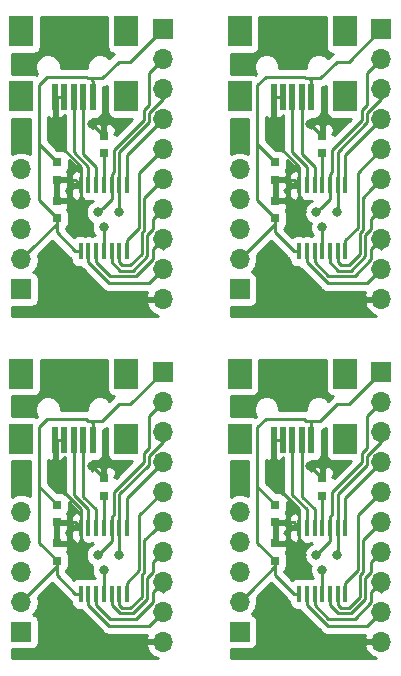
<source format=gtl>
%MOIN*%
%OFA0B0*%
%FSLAX46Y46*%
%IPPOS*%
%LPD*%
%ADD10O,0.066929133858267723X0.066929133858267723*%
%ADD11R,0.066929133858267723X0.066929133858267723*%
%ADD12R,0.029527559055118113X0.031496062992125991*%
%ADD13R,0.07874015748031496X0.0984251968503937*%
%ADD14R,0.01968503937007874X0.0905511811023622*%
%ADD15R,0.017X0.055000000000000007*%
%ADD16C,0.031496062992125991*%
%ADD17C,0.00984251968503937*%
%ADD18C,0.01*%
%ADD29O,0.066929133858267723X0.066929133858267723*%
%ADD30R,0.066929133858267723X0.066929133858267723*%
%ADD31R,0.029527559055118113X0.031496062992125991*%
%ADD32R,0.07874015748031496X0.0984251968503937*%
%ADD33R,0.01968503937007874X0.0905511811023622*%
%ADD34R,0.017X0.055000000000000007*%
%ADD35C,0.031496062992125991*%
%ADD36C,0.00984251968503937*%
%ADD37C,0.01*%
%ADD38O,0.066929133858267723X0.066929133858267723*%
%ADD39R,0.066929133858267723X0.066929133858267723*%
%ADD40R,0.029527559055118113X0.031496062992125991*%
%ADD41R,0.07874015748031496X0.0984251968503937*%
%ADD42R,0.01968503937007874X0.0905511811023622*%
%ADD43R,0.017X0.055000000000000007*%
%ADD44C,0.031496062992125991*%
%ADD45C,0.00984251968503937*%
%ADD46C,0.01*%
%ADD47O,0.066929133858267723X0.066929133858267723*%
%ADD48R,0.066929133858267723X0.066929133858267723*%
%ADD49R,0.029527559055118113X0.031496062992125991*%
%ADD50R,0.07874015748031496X0.0984251968503937*%
%ADD51R,0.01968503937007874X0.0905511811023622*%
%ADD52R,0.017X0.055000000000000007*%
%ADD53C,0.031496062992125991*%
%ADD54C,0.00984251968503937*%
%ADD55C,0.01*%
G01*
D10*
X0000059055Y0001102362D02*
X0000590551Y0000133464D03*
X0000590551Y0000233464D03*
X0000590551Y0000333464D03*
X0000590551Y0000433464D03*
X0000590551Y0000533464D03*
X0000590551Y0000633464D03*
X0000590551Y0000733464D03*
X0000590551Y0000833464D03*
X0000590551Y0000933464D03*
D11*
X0000590551Y0001033464D03*
D12*
X0000393700Y0000620078D03*
X0000393700Y0000679133D03*
X0000236220Y0000531496D03*
X0000236220Y0000590551D03*
X0000236220Y0000403543D03*
X0000236220Y0000462598D03*
D10*
X0000118110Y0000567322D03*
X0000118110Y0000467322D03*
X0000118110Y0000367322D03*
X0000118110Y0000267322D03*
D11*
X0000118110Y0000167322D03*
D13*
X0000119094Y0001026574D03*
X0000119094Y0000810039D03*
X0000469488Y0001026574D03*
X0000469488Y0000810039D03*
D14*
X0000231299Y0000806102D03*
X0000262795Y0000806102D03*
X0000294291Y0000806102D03*
X0000325787Y0000806102D03*
X0000357283Y0000806102D03*
D15*
X0000317200Y0000513543D03*
X0000342700Y0000513543D03*
X0000368200Y0000513543D03*
X0000393700Y0000513543D03*
X0000419700Y0000513543D03*
X0000445200Y0000513543D03*
X0000470700Y0000513543D03*
X0000470700Y0000293543D03*
X0000445200Y0000293543D03*
X0000419700Y0000293543D03*
X0000393700Y0000293543D03*
X0000368700Y0000293543D03*
X0000342700Y0000293543D03*
X0000317700Y0000293543D03*
D16*
X0000236220Y0000679133D03*
X0000354330Y0000718503D03*
X0000324803Y0000423228D03*
X0000118110Y0000679133D03*
X0000324803Y0000137795D03*
X0000305118Y0000984251D03*
X0000442913Y0000423228D03*
X0000374015Y0000423228D03*
X0000393700Y0000374015D03*
D17*
X0000393700Y0000620078D02*
X0000393700Y0000513543D01*
X0000236220Y0000462598D02*
X0000236220Y0000461614D01*
X0000236220Y0000462598D02*
X0000236220Y0000531496D01*
X0000299248Y0000531496D02*
X0000317200Y0000513543D01*
X0000236220Y0000531496D02*
X0000299248Y0000531496D01*
X0000236220Y0000679133D02*
X0000236220Y0000801181D01*
X0000236220Y0000801181D02*
X0000232283Y0000805118D01*
X0000393700Y0000679133D02*
X0000354330Y0000718503D01*
X0000317200Y0000476200D02*
X0000324803Y0000468598D01*
X0000317200Y0000513543D02*
X0000317200Y0000476200D01*
X0000324803Y0000468598D02*
X0000324803Y0000423228D01*
X0000231299Y0000806102D02*
X0000262795Y0000806102D01*
X0000317200Y0000550885D02*
X0000317200Y0000513543D01*
X0000317200Y0000575882D02*
X0000317200Y0000550885D01*
X0000236220Y0000679133D02*
X0000236220Y0000656862D01*
X0000236220Y0000656862D02*
X0000317200Y0000575882D01*
X0000236220Y0000377952D02*
X0000236220Y0000403543D01*
X0000236220Y0000356681D02*
X0000236220Y0000377952D01*
X0000317700Y0000293543D02*
X0000299358Y0000293543D01*
X0000299358Y0000293543D02*
X0000236220Y0000356681D01*
X0000151574Y0000300787D02*
X0000118110Y0000267322D01*
X0000236220Y0000403543D02*
X0000236220Y0000385433D01*
X0000236220Y0000385433D02*
X0000151574Y0000300787D01*
X0000236220Y0000591535D02*
X0000177165Y0000650590D01*
X0000236220Y0000590551D02*
X0000236220Y0000591535D01*
X0000177165Y0000463582D02*
X0000177165Y0000650590D01*
X0000236220Y0000403543D02*
X0000236220Y0000404527D01*
X0000236220Y0000404527D02*
X0000177165Y0000463582D01*
X0000482283Y0000925196D02*
X0000590551Y0001033464D01*
X0000442913Y0000925196D02*
X0000482283Y0000925196D01*
X0000177165Y0000847834D02*
X0000205314Y0000875984D01*
X0000177165Y0000650590D02*
X0000177165Y0000847834D01*
X0000205314Y0000875984D02*
X0000333661Y0000875984D01*
X0000333661Y0000875984D02*
X0000339566Y0000870078D01*
X0000387795Y0000870078D02*
X0000442913Y0000925196D01*
X0000351377Y0000867125D02*
X0000351377Y0000870078D01*
X0000357283Y0000861220D02*
X0000351377Y0000867125D01*
X0000357283Y0000806102D02*
X0000357283Y0000861220D01*
X0000339566Y0000870078D02*
X0000351377Y0000870078D01*
X0000351377Y0000870078D02*
X0000387795Y0000870078D01*
X0000445200Y0000513543D02*
X0000445200Y0000425515D01*
X0000445200Y0000425515D02*
X0000442913Y0000423228D01*
X0000445200Y0000513543D02*
X0000445200Y0000580708D01*
X0000445200Y0000580708D02*
X0000445200Y0000588114D01*
X0000544291Y0000753487D02*
X0000590551Y0000799747D01*
X0000590551Y0000799747D02*
X0000590551Y0000833464D01*
X0000544291Y0000723960D02*
X0000544291Y0000753487D01*
X0000445200Y0000624869D02*
X0000544291Y0000723960D01*
X0000445200Y0000580708D02*
X0000445200Y0000624869D01*
X0000419700Y0000513543D02*
X0000419700Y0000468913D01*
X0000419700Y0000468913D02*
X0000389763Y0000438976D01*
X0000389763Y0000438976D02*
X0000374015Y0000423228D01*
X0000544291Y0000887204D02*
X0000557086Y0000900000D01*
X0000526574Y0000731298D02*
X0000526574Y0000763007D01*
X0000557086Y0000900000D02*
X0000590551Y0000933464D01*
X0000427483Y0000632208D02*
X0000526574Y0000731298D01*
X0000526574Y0000763007D02*
X0000544291Y0000780724D01*
X0000419700Y0000550885D02*
X0000427483Y0000558668D01*
X0000544291Y0000780724D02*
X0000544291Y0000887204D01*
X0000427483Y0000558668D02*
X0000427483Y0000632208D01*
X0000419700Y0000513543D02*
X0000419700Y0000550885D01*
X0000393700Y0000293543D02*
X0000393700Y0000374015D01*
X0000342700Y0000550885D02*
X0000342700Y0000513543D01*
X0000294291Y0000623847D02*
X0000342700Y0000575438D01*
X0000342700Y0000575438D02*
X0000342700Y0000550885D01*
X0000294291Y0000806102D02*
X0000294291Y0000623847D01*
X0000368200Y0000574993D02*
X0000368200Y0000550885D01*
X0000368200Y0000550885D02*
X0000368200Y0000513543D01*
X0000325787Y0000617406D02*
X0000368200Y0000574993D01*
X0000325787Y0000806102D02*
X0000325787Y0000617406D01*
X0000544094Y0000187007D02*
X0000557086Y0000200000D01*
X0000557086Y0000200000D02*
X0000590551Y0000233464D01*
X0000342700Y0000256256D02*
X0000411949Y0000187007D01*
X0000342700Y0000293543D02*
X0000342700Y0000256256D01*
X0000411949Y0000187007D02*
X0000544094Y0000187007D01*
X0000590551Y0000299747D02*
X0000590551Y0000333464D01*
X0000501432Y0000210629D02*
X0000557086Y0000266283D01*
X0000557086Y0000266283D02*
X0000557086Y0000300000D01*
X0000414272Y0000210629D02*
X0000501432Y0000210629D01*
X0000557086Y0000300000D02*
X0000590551Y0000333464D01*
X0000368700Y0000256200D02*
X0000414272Y0000210629D01*
X0000368700Y0000293543D02*
X0000368700Y0000256200D01*
X0000519685Y0000283496D02*
X0000519685Y0000354814D01*
X0000519685Y0000354814D02*
X0000529527Y0000364657D01*
X0000557086Y0000500000D02*
X0000590551Y0000533464D01*
X0000529527Y0000472441D02*
X0000557086Y0000500000D01*
X0000455338Y0000246062D02*
X0000482252Y0000246062D01*
X0000529527Y0000364657D02*
X0000529527Y0000472441D01*
X0000445200Y0000293543D02*
X0000445200Y0000256200D01*
X0000482252Y0000246062D02*
X0000519685Y0000283496D01*
X0000445200Y0000256200D02*
X0000455338Y0000246062D01*
X0000571622Y0000633464D02*
X0000590551Y0000633464D01*
X0000470700Y0000293543D02*
X0000470700Y0000330885D01*
X0000470700Y0000330885D02*
X0000511811Y0000371996D01*
X0000511811Y0000554724D02*
X0000590551Y0000633464D01*
X0000511811Y0000371996D02*
X0000511811Y0000554724D01*
X0000419700Y0000293543D02*
X0000419700Y0000256200D01*
X0000419700Y0000256200D02*
X0000447555Y0000228346D01*
X0000489590Y0000228346D02*
X0000537402Y0000276157D01*
X0000537402Y0000347476D02*
X0000557086Y0000367160D01*
X0000557086Y0000400000D02*
X0000590551Y0000433464D01*
X0000557086Y0000367160D02*
X0000557086Y0000400000D01*
X0000537402Y0000276157D02*
X0000537402Y0000347476D01*
X0000447555Y0000228346D02*
X0000489590Y0000228346D01*
X0000470700Y0000513543D02*
X0000470700Y0000532543D01*
X0000470700Y0000613614D02*
X0000590551Y0000733464D01*
X0000470700Y0000513543D02*
X0000470700Y0000613614D01*
D18*
G36*
X0000276117Y0000274469D02*
X0000277786Y0000271971D01*
X0000280284Y0000270302D01*
X0000280284Y0000270301D01*
X0000283711Y0000268012D01*
X0000283711Y0000266043D01*
X0000285651Y0000256288D01*
X0000291176Y0000248019D01*
X0000299446Y0000242493D01*
X0000309200Y0000240553D01*
X0000317207Y0000240553D01*
X0000317563Y0000240020D01*
X0000321128Y0000234684D01*
X0000323627Y0000233015D01*
X0000388707Y0000167933D01*
X0000390377Y0000165435D01*
X0000392875Y0000163766D01*
X0000392875Y0000163766D01*
X0000397811Y0000160468D01*
X0000400274Y0000158822D01*
X0000409002Y0000157086D01*
X0000409002Y0000157086D01*
X0000411949Y0000156500D01*
X0000414895Y0000157086D01*
X0000537764Y0000157086D01*
X0000533800Y0000147515D01*
X0000538576Y0000138464D01*
X0000585551Y0000138464D01*
X0000585551Y0000139251D01*
X0000595551Y0000139251D01*
X0000595551Y0000138464D01*
X0000596338Y0000138464D01*
X0000596338Y0000128464D01*
X0000595551Y0000128464D01*
X0000595551Y0000127677D01*
X0000585551Y0000127677D01*
X0000585551Y0000128464D01*
X0000538576Y0000128464D01*
X0000533800Y0000119413D01*
X0000540486Y0000103270D01*
X0000555852Y0000086410D01*
X0000573441Y0000078149D01*
X0000087992Y0000078149D01*
X0000087992Y0000108368D01*
X0000151574Y0000108368D01*
X0000161329Y0000110308D01*
X0000169598Y0000115834D01*
X0000175124Y0000124103D01*
X0000177064Y0000133858D01*
X0000177064Y0000200787D01*
X0000175124Y0000210541D01*
X0000169598Y0000218811D01*
X0000161329Y0000224336D01*
X0000159542Y0000224692D01*
X0000160260Y0000225172D01*
X0000173182Y0000244511D01*
X0000177720Y0000267322D01*
X0000174850Y0000281748D01*
X0000221844Y0000328742D01*
X0000276117Y0000274469D01*
X0000276117Y0000274469D01*
G37*
X0000276117Y0000274469D02*
X0000277786Y0000271971D01*
X0000280284Y0000270302D01*
X0000280284Y0000270301D01*
X0000283711Y0000268012D01*
X0000283711Y0000266043D01*
X0000285651Y0000256288D01*
X0000291176Y0000248019D01*
X0000299446Y0000242493D01*
X0000309200Y0000240553D01*
X0000317207Y0000240553D01*
X0000317563Y0000240020D01*
X0000321128Y0000234684D01*
X0000323627Y0000233015D01*
X0000388707Y0000167933D01*
X0000390377Y0000165435D01*
X0000392875Y0000163766D01*
X0000392875Y0000163766D01*
X0000397811Y0000160468D01*
X0000400274Y0000158822D01*
X0000409002Y0000157086D01*
X0000409002Y0000157086D01*
X0000411949Y0000156500D01*
X0000414895Y0000157086D01*
X0000537764Y0000157086D01*
X0000533800Y0000147515D01*
X0000538576Y0000138464D01*
X0000585551Y0000138464D01*
X0000585551Y0000139251D01*
X0000595551Y0000139251D01*
X0000595551Y0000138464D01*
X0000596338Y0000138464D01*
X0000596338Y0000128464D01*
X0000595551Y0000128464D01*
X0000595551Y0000127677D01*
X0000585551Y0000127677D01*
X0000585551Y0000128464D01*
X0000538576Y0000128464D01*
X0000533800Y0000119413D01*
X0000540486Y0000103270D01*
X0000555852Y0000086410D01*
X0000573441Y0000078149D01*
X0000087992Y0000078149D01*
X0000087992Y0000108368D01*
X0000151574Y0000108368D01*
X0000161329Y0000110308D01*
X0000169598Y0000115834D01*
X0000175124Y0000124103D01*
X0000177064Y0000133858D01*
X0000177064Y0000200787D01*
X0000175124Y0000210541D01*
X0000169598Y0000218811D01*
X0000161329Y0000224336D01*
X0000159542Y0000224692D01*
X0000160260Y0000225172D01*
X0000173182Y0000244511D01*
X0000177720Y0000267322D01*
X0000174850Y0000281748D01*
X0000221844Y0000328742D01*
X0000276117Y0000274469D01*
G36*
X0000312200Y0000563623D02*
X0000312200Y0000560543D01*
X0000306700Y0000566043D01*
X0000303727Y0000566043D01*
X0000294539Y0000562237D01*
X0000287506Y0000555204D01*
X0000283700Y0000546016D01*
X0000283700Y0000524793D01*
X0000289950Y0000518543D01*
X0000308711Y0000518543D01*
X0000308711Y0000508543D01*
X0000289950Y0000508543D01*
X0000283700Y0000502293D01*
X0000283700Y0000481070D01*
X0000287506Y0000471881D01*
X0000294539Y0000464849D01*
X0000303727Y0000461043D01*
X0000306700Y0000461043D01*
X0000312950Y0000467293D01*
X0000312950Y0000472847D01*
X0000316176Y0000468019D01*
X0000324446Y0000462493D01*
X0000326698Y0000462045D01*
X0000327700Y0000461043D01*
X0000330673Y0000461043D01*
X0000331019Y0000461186D01*
X0000334200Y0000460553D01*
X0000351200Y0000460553D01*
X0000355450Y0000461398D01*
X0000358313Y0000460829D01*
X0000350933Y0000457772D01*
X0000339471Y0000446310D01*
X0000333267Y0000431333D01*
X0000333267Y0000415123D01*
X0000339471Y0000400146D01*
X0000350933Y0000388683D01*
X0000354977Y0000387008D01*
X0000352952Y0000382121D01*
X0000352952Y0000365910D01*
X0000359156Y0000350933D01*
X0000363557Y0000346533D01*
X0000360200Y0000346533D01*
X0000355700Y0000345637D01*
X0000351200Y0000346533D01*
X0000334200Y0000346533D01*
X0000330200Y0000345737D01*
X0000326200Y0000346533D01*
X0000309200Y0000346533D01*
X0000299446Y0000344592D01*
X0000294157Y0000341059D01*
X0000266872Y0000368344D01*
X0000269008Y0000369771D01*
X0000274533Y0000378040D01*
X0000276474Y0000387795D01*
X0000276474Y0000419291D01*
X0000274533Y0000429045D01*
X0000272130Y0000432641D01*
X0000272178Y0000432689D01*
X0000275984Y0000441877D01*
X0000275984Y0000451348D01*
X0000269734Y0000457598D01*
X0000241220Y0000457598D01*
X0000241220Y0000456811D01*
X0000231220Y0000456811D01*
X0000231220Y0000457598D01*
X0000230433Y0000457598D01*
X0000230433Y0000467598D01*
X0000231220Y0000467598D01*
X0000231220Y0000526496D01*
X0000241220Y0000526496D01*
X0000241220Y0000467598D01*
X0000269734Y0000467598D01*
X0000275984Y0000473848D01*
X0000275984Y0000483319D01*
X0000272178Y0000492507D01*
X0000267638Y0000497047D01*
X0000272178Y0000501586D01*
X0000275984Y0000510775D01*
X0000275984Y0000520246D01*
X0000269734Y0000526496D01*
X0000241220Y0000526496D01*
X0000231220Y0000526496D01*
X0000230433Y0000526496D01*
X0000230433Y0000536496D01*
X0000231220Y0000536496D01*
X0000231220Y0000537283D01*
X0000241220Y0000537283D01*
X0000241220Y0000536496D01*
X0000269734Y0000536496D01*
X0000275984Y0000542746D01*
X0000275984Y0000552216D01*
X0000272178Y0000561405D01*
X0000272130Y0000561452D01*
X0000274533Y0000565048D01*
X0000276474Y0000574803D01*
X0000276474Y0000599349D01*
X0000312200Y0000563623D01*
X0000312200Y0000563623D01*
G37*
X0000312200Y0000563623D02*
X0000312200Y0000560543D01*
X0000306700Y0000566043D01*
X0000303727Y0000566043D01*
X0000294539Y0000562237D01*
X0000287506Y0000555204D01*
X0000283700Y0000546016D01*
X0000283700Y0000524793D01*
X0000289950Y0000518543D01*
X0000308711Y0000518543D01*
X0000308711Y0000508543D01*
X0000289950Y0000508543D01*
X0000283700Y0000502293D01*
X0000283700Y0000481070D01*
X0000287506Y0000471881D01*
X0000294539Y0000464849D01*
X0000303727Y0000461043D01*
X0000306700Y0000461043D01*
X0000312950Y0000467293D01*
X0000312950Y0000472847D01*
X0000316176Y0000468019D01*
X0000324446Y0000462493D01*
X0000326698Y0000462045D01*
X0000327700Y0000461043D01*
X0000330673Y0000461043D01*
X0000331019Y0000461186D01*
X0000334200Y0000460553D01*
X0000351200Y0000460553D01*
X0000355450Y0000461398D01*
X0000358313Y0000460829D01*
X0000350933Y0000457772D01*
X0000339471Y0000446310D01*
X0000333267Y0000431333D01*
X0000333267Y0000415123D01*
X0000339471Y0000400146D01*
X0000350933Y0000388683D01*
X0000354977Y0000387008D01*
X0000352952Y0000382121D01*
X0000352952Y0000365910D01*
X0000359156Y0000350933D01*
X0000363557Y0000346533D01*
X0000360200Y0000346533D01*
X0000355700Y0000345637D01*
X0000351200Y0000346533D01*
X0000334200Y0000346533D01*
X0000330200Y0000345737D01*
X0000326200Y0000346533D01*
X0000309200Y0000346533D01*
X0000299446Y0000344592D01*
X0000294157Y0000341059D01*
X0000266872Y0000368344D01*
X0000269008Y0000369771D01*
X0000274533Y0000378040D01*
X0000276474Y0000387795D01*
X0000276474Y0000419291D01*
X0000274533Y0000429045D01*
X0000272130Y0000432641D01*
X0000272178Y0000432689D01*
X0000275984Y0000441877D01*
X0000275984Y0000451348D01*
X0000269734Y0000457598D01*
X0000241220Y0000457598D01*
X0000241220Y0000456811D01*
X0000231220Y0000456811D01*
X0000231220Y0000457598D01*
X0000230433Y0000457598D01*
X0000230433Y0000467598D01*
X0000231220Y0000467598D01*
X0000231220Y0000526496D01*
X0000241220Y0000526496D01*
X0000241220Y0000467598D01*
X0000269734Y0000467598D01*
X0000275984Y0000473848D01*
X0000275984Y0000483319D01*
X0000272178Y0000492507D01*
X0000267638Y0000497047D01*
X0000272178Y0000501586D01*
X0000275984Y0000510775D01*
X0000275984Y0000520246D01*
X0000269734Y0000526496D01*
X0000241220Y0000526496D01*
X0000231220Y0000526496D01*
X0000230433Y0000526496D01*
X0000230433Y0000536496D01*
X0000231220Y0000536496D01*
X0000231220Y0000537283D01*
X0000241220Y0000537283D01*
X0000241220Y0000536496D01*
X0000269734Y0000536496D01*
X0000275984Y0000542746D01*
X0000275984Y0000552216D01*
X0000272178Y0000561405D01*
X0000272130Y0000561452D01*
X0000274533Y0000565048D01*
X0000276474Y0000574803D01*
X0000276474Y0000599349D01*
X0000312200Y0000563623D01*
G36*
X0000123110Y0000372322D02*
X0000123897Y0000372322D01*
X0000123897Y0000362322D01*
X0000123110Y0000362322D01*
X0000123110Y0000361535D01*
X0000113110Y0000361535D01*
X0000113110Y0000362322D01*
X0000112322Y0000362322D01*
X0000112322Y0000372322D01*
X0000113110Y0000372322D01*
X0000113110Y0000373110D01*
X0000123110Y0000373110D01*
X0000123110Y0000372322D01*
X0000123110Y0000372322D01*
G37*
X0000123110Y0000372322D02*
X0000123897Y0000372322D01*
X0000123897Y0000362322D01*
X0000123110Y0000362322D01*
X0000123110Y0000361535D01*
X0000113110Y0000361535D01*
X0000113110Y0000362322D01*
X0000112322Y0000362322D01*
X0000112322Y0000372322D01*
X0000113110Y0000372322D01*
X0000113110Y0000373110D01*
X0000123110Y0000373110D01*
X0000123110Y0000372322D01*
G36*
X0000147244Y0000653537D02*
X0000146657Y0000650590D01*
X0000147244Y0000647643D01*
X0000147244Y0000647643D01*
X0000147244Y0000647643D01*
X0000147244Y0000618170D01*
X0000140921Y0000622395D01*
X0000123868Y0000625787D01*
X0000112352Y0000625787D01*
X0000095298Y0000622395D01*
X0000087992Y0000617513D01*
X0000087992Y0000735337D01*
X0000147244Y0000735337D01*
X0000147244Y0000653537D01*
X0000147244Y0000653537D01*
G37*
X0000147244Y0000653537D02*
X0000146657Y0000650590D01*
X0000147244Y0000647643D01*
X0000147244Y0000647643D01*
X0000147244Y0000647643D01*
X0000147244Y0000618170D01*
X0000140921Y0000622395D01*
X0000123868Y0000625787D01*
X0000112352Y0000625787D01*
X0000095298Y0000622395D01*
X0000087992Y0000617513D01*
X0000087992Y0000735337D01*
X0000147244Y0000735337D01*
X0000147244Y0000653537D01*
G36*
X0000234202Y0000811102D02*
X0000237086Y0000811102D01*
X0000237086Y0000801102D01*
X0000234202Y0000801102D01*
X0000227952Y0000794852D01*
X0000227952Y0000755853D01*
X0000231758Y0000746665D01*
X0000236220Y0000742203D01*
X0000236220Y0000742076D01*
X0000242470Y0000735826D01*
X0000246114Y0000735826D01*
X0000247047Y0000736213D01*
X0000247979Y0000735826D01*
X0000251624Y0000735826D01*
X0000257874Y0000742076D01*
X0000257874Y0000742203D01*
X0000262335Y0000746665D01*
X0000262912Y0000748058D01*
X0000264370Y0000745877D01*
X0000264370Y0000627422D01*
X0000260738Y0000629848D01*
X0000250984Y0000631788D01*
X0000238281Y0000631788D01*
X0000207086Y0000662984D01*
X0000207086Y0000739841D01*
X0000207295Y0000739632D01*
X0000216483Y0000735826D01*
X0000220127Y0000735826D01*
X0000226377Y0000742076D01*
X0000226377Y0000801102D01*
X0000225511Y0000801102D01*
X0000225511Y0000811102D01*
X0000226377Y0000811102D01*
X0000226377Y0000811889D01*
X0000233415Y0000811889D01*
X0000234202Y0000811102D01*
X0000234202Y0000811102D01*
G37*
X0000234202Y0000811102D02*
X0000237086Y0000811102D01*
X0000237086Y0000801102D01*
X0000234202Y0000801102D01*
X0000227952Y0000794852D01*
X0000227952Y0000755853D01*
X0000231758Y0000746665D01*
X0000236220Y0000742203D01*
X0000236220Y0000742076D01*
X0000242470Y0000735826D01*
X0000246114Y0000735826D01*
X0000247047Y0000736213D01*
X0000247979Y0000735826D01*
X0000251624Y0000735826D01*
X0000257874Y0000742076D01*
X0000257874Y0000742203D01*
X0000262335Y0000746665D01*
X0000262912Y0000748058D01*
X0000264370Y0000745877D01*
X0000264370Y0000627422D01*
X0000260738Y0000629848D01*
X0000250984Y0000631788D01*
X0000238281Y0000631788D01*
X0000207086Y0000662984D01*
X0000207086Y0000739841D01*
X0000207295Y0000739632D01*
X0000216483Y0000735826D01*
X0000220127Y0000735826D01*
X0000226377Y0000742076D01*
X0000226377Y0000801102D01*
X0000225511Y0000801102D01*
X0000225511Y0000811102D01*
X0000226377Y0000811102D01*
X0000226377Y0000811889D01*
X0000233415Y0000811889D01*
X0000234202Y0000811102D01*
G36*
X0000404628Y0000760826D02*
X0000406568Y0000751072D01*
X0000412094Y0000742802D01*
X0000420363Y0000737277D01*
X0000430118Y0000735337D01*
X0000488297Y0000735337D01*
X0000433464Y0000680503D01*
X0000433464Y0000684133D01*
X0000427214Y0000684133D01*
X0000433464Y0000690383D01*
X0000433464Y0000699854D01*
X0000429658Y0000709043D01*
X0000422625Y0000716075D01*
X0000413437Y0000719881D01*
X0000404950Y0000719881D01*
X0000398700Y0000713631D01*
X0000398700Y0000684133D01*
X0000399488Y0000684133D01*
X0000399488Y0000674133D01*
X0000398700Y0000674133D01*
X0000398700Y0000673346D01*
X0000388700Y0000673346D01*
X0000388700Y0000674133D01*
X0000387913Y0000674133D01*
X0000387913Y0000684133D01*
X0000388700Y0000684133D01*
X0000388700Y0000713631D01*
X0000382450Y0000719881D01*
X0000373964Y0000719881D01*
X0000364775Y0000716075D01*
X0000357743Y0000709043D01*
X0000355708Y0000704131D01*
X0000355708Y0000735337D01*
X0000367125Y0000735337D01*
X0000376880Y0000737277D01*
X0000385149Y0000742802D01*
X0000390675Y0000751072D01*
X0000392615Y0000760826D01*
X0000392615Y0000840530D01*
X0000399469Y0000841893D01*
X0000404628Y0000845340D01*
X0000404628Y0000760826D01*
X0000404628Y0000760826D01*
G37*
X0000404628Y0000760826D02*
X0000406568Y0000751072D01*
X0000412094Y0000742802D01*
X0000420363Y0000737277D01*
X0000430118Y0000735337D01*
X0000488297Y0000735337D01*
X0000433464Y0000680503D01*
X0000433464Y0000684133D01*
X0000427214Y0000684133D01*
X0000433464Y0000690383D01*
X0000433464Y0000699854D01*
X0000429658Y0000709043D01*
X0000422625Y0000716075D01*
X0000413437Y0000719881D01*
X0000404950Y0000719881D01*
X0000398700Y0000713631D01*
X0000398700Y0000684133D01*
X0000399488Y0000684133D01*
X0000399488Y0000674133D01*
X0000398700Y0000674133D01*
X0000398700Y0000673346D01*
X0000388700Y0000673346D01*
X0000388700Y0000674133D01*
X0000387913Y0000674133D01*
X0000387913Y0000684133D01*
X0000388700Y0000684133D01*
X0000388700Y0000713631D01*
X0000382450Y0000719881D01*
X0000373964Y0000719881D01*
X0000364775Y0000716075D01*
X0000357743Y0000709043D01*
X0000355708Y0000704131D01*
X0000355708Y0000735337D01*
X0000367125Y0000735337D01*
X0000376880Y0000737277D01*
X0000385149Y0000742802D01*
X0000390675Y0000751072D01*
X0000392615Y0000760826D01*
X0000392615Y0000840530D01*
X0000399469Y0000841893D01*
X0000404628Y0000845340D01*
X0000404628Y0000760826D01*
G36*
X0000404628Y0000977362D02*
X0000406568Y0000967607D01*
X0000412094Y0000959338D01*
X0000420363Y0000953812D01*
X0000429240Y0000952046D01*
X0000421341Y0000946768D01*
X0000419672Y0000944270D01*
X0000412590Y0000937189D01*
X0000405102Y0000944677D01*
X0000389402Y0000951181D01*
X0000372408Y0000951181D01*
X0000356708Y0000944677D01*
X0000344692Y0000932661D01*
X0000338188Y0000916961D01*
X0000338188Y0000905591D01*
X0000336608Y0000905905D01*
X0000336608Y0000905905D01*
X0000333661Y0000906491D01*
X0000330714Y0000905905D01*
X0000250393Y0000905905D01*
X0000250393Y0000916961D01*
X0000243890Y0000932661D01*
X0000231874Y0000944677D01*
X0000216173Y0000951181D01*
X0000199180Y0000951181D01*
X0000183480Y0000944677D01*
X0000171463Y0000932661D01*
X0000164960Y0000916961D01*
X0000164960Y0000899967D01*
X0000171410Y0000884395D01*
X0000169177Y0000882161D01*
X0000168219Y0000882801D01*
X0000158464Y0000884741D01*
X0000087992Y0000884741D01*
X0000087992Y0000951872D01*
X0000158464Y0000951872D01*
X0000168219Y0000953812D01*
X0000176488Y0000959338D01*
X0000182014Y0000967607D01*
X0000183954Y0000977362D01*
X0000183954Y0001073425D01*
X0000404628Y0001073425D01*
X0000404628Y0000977362D01*
X0000404628Y0000977362D01*
G37*
X0000404628Y0000977362D02*
X0000406568Y0000967607D01*
X0000412094Y0000959338D01*
X0000420363Y0000953812D01*
X0000429240Y0000952046D01*
X0000421341Y0000946768D01*
X0000419672Y0000944270D01*
X0000412590Y0000937189D01*
X0000405102Y0000944677D01*
X0000389402Y0000951181D01*
X0000372408Y0000951181D01*
X0000356708Y0000944677D01*
X0000344692Y0000932661D01*
X0000338188Y0000916961D01*
X0000338188Y0000905591D01*
X0000336608Y0000905905D01*
X0000336608Y0000905905D01*
X0000333661Y0000906491D01*
X0000330714Y0000905905D01*
X0000250393Y0000905905D01*
X0000250393Y0000916961D01*
X0000243890Y0000932661D01*
X0000231874Y0000944677D01*
X0000216173Y0000951181D01*
X0000199180Y0000951181D01*
X0000183480Y0000944677D01*
X0000171463Y0000932661D01*
X0000164960Y0000916961D01*
X0000164960Y0000899967D01*
X0000171410Y0000884395D01*
X0000169177Y0000882161D01*
X0000168219Y0000882801D01*
X0000158464Y0000884741D01*
X0000087992Y0000884741D01*
X0000087992Y0000951872D01*
X0000158464Y0000951872D01*
X0000168219Y0000953812D01*
X0000176488Y0000959338D01*
X0000182014Y0000967607D01*
X0000183954Y0000977362D01*
X0000183954Y0001073425D01*
X0000404628Y0001073425D01*
X0000404628Y0000977362D01*
G04 next file*
G04 #@! TF.GenerationSoftware,KiCad,Pcbnew,(5.0.0)*
G04 #@! TF.CreationDate,2018-09-18T20:25:08+02:00*
G04 #@! TF.ProjectId,pcb_relay_main,7063625F72656C61795F6D61696E2E6B,rev?*
G04 #@! TF.SameCoordinates,PXeb14aa0PY7f13bd0*
G04 #@! TF.FileFunction,Copper,L1,Top,Signal*
G04 #@! TF.FilePolarity,Positive*
G04 Gerber Fmt 4.6, Leading zero omitted, Abs format (unit mm)*
G04 Created by KiCad (PCBNEW (5.0.0)) date 09/18/18 20:25:08*
G01*
G04 APERTURE LIST*
G04 #@! TA.AperFunction,ComponentPad*
G04 #@! TD*
G04 #@! TA.AperFunction,ComponentPad*
G04 #@! TD*
G04 #@! TA.AperFunction,SMDPad,CuDef*
G04 #@! TD*
G04 #@! TA.AperFunction,SMDPad,CuDef*
G04 #@! TD*
G04 #@! TA.AperFunction,SMDPad,CuDef*
G04 #@! TD*
G04 #@! TA.AperFunction,SMDPad,CuDef*
G04 #@! TD*
G04 #@! TA.AperFunction,ViaPad*
G04 #@! TD*
G04 #@! TA.AperFunction,Conductor*
G04 #@! TD*
G04 #@! TA.AperFunction,Conductor*
G04 #@! TD*
G04 APERTURE END LIST*
D29*
G04 #@! TO.P,J3,10*
G04 #@! TO.N,GND*
X0000787401Y0001102362D02*
X0001318897Y0000133464D03*
G04 #@! TO.P,J3,9*
G04 #@! TO.N,RA5*
X0001318897Y0000233464D03*
G04 #@! TO.P,J3,8*
G04 #@! TO.N,RA4*
X0001318897Y0000333464D03*
G04 #@! TO.P,J3,7*
G04 #@! TO.N,Net-(J3-Pad7)*
X0001318897Y0000433464D03*
G04 #@! TO.P,J3,6*
G04 #@! TO.N,Net-(J3-Pad6)*
X0001318897Y0000533464D03*
G04 #@! TO.P,J3,5*
G04 #@! TO.N,Net-(J3-Pad5)*
X0001318897Y0000633464D03*
G04 #@! TO.P,J3,4*
G04 #@! TO.N,Net-(J3-Pad4)*
X0001318897Y0000733464D03*
G04 #@! TO.P,J3,3*
G04 #@! TO.N,ICSPCLK*
X0001318897Y0000833464D03*
G04 #@! TO.P,J3,2*
G04 #@! TO.N,ICSPDAT*
X0001318897Y0000933464D03*
D30*
G04 #@! TO.P,J3,1*
G04 #@! TO.N,+5V*
X0001318897Y0001033464D03*
G04 #@! TD*
D31*
G04 #@! TO.P,C1,1*
G04 #@! TO.N,Net-(C1-Pad1)*
X0001122047Y0000620078D03*
G04 #@! TO.P,C1,2*
G04 #@! TO.N,GND*
X0001122047Y0000679133D03*
G04 #@! TD*
G04 #@! TO.P,C2,2*
G04 #@! TO.N,GND*
X0000964566Y0000531496D03*
G04 #@! TO.P,C2,1*
G04 #@! TO.N,+5V*
X0000964566Y0000590551D03*
G04 #@! TD*
G04 #@! TO.P,C3,1*
G04 #@! TO.N,+5V*
X0000964566Y0000403543D03*
G04 #@! TO.P,C3,2*
G04 #@! TO.N,GND*
X0000964566Y0000462598D03*
G04 #@! TD*
D29*
G04 #@! TO.P,J1,5*
G04 #@! TO.N,ICSPCLK*
X0000846456Y0000567322D03*
G04 #@! TO.P,J1,4*
G04 #@! TO.N,ICSPDAT*
X0000846456Y0000467322D03*
G04 #@! TO.P,J1,3*
G04 #@! TO.N,GND*
X0000846456Y0000367322D03*
G04 #@! TO.P,J1,2*
G04 #@! TO.N,+5V*
X0000846456Y0000267322D03*
D30*
G04 #@! TO.P,J1,1*
G04 #@! TO.N,VPP*
X0000846456Y0000167322D03*
G04 #@! TD*
D32*
G04 #@! TO.P,J2,6*
G04 #@! TO.N,N/C*
X0000847440Y0001026574D03*
X0000847440Y0000810039D03*
X0001197834Y0001026574D03*
X0001197834Y0000810039D03*
D33*
G04 #@! TO.P,J2,5*
G04 #@! TO.N,GND*
X0000959645Y0000806102D03*
G04 #@! TO.P,J2,4*
X0000991141Y0000806102D03*
G04 #@! TO.P,J2,3*
G04 #@! TO.N,Net-(J2-Pad3)*
X0001022637Y0000806102D03*
G04 #@! TO.P,J2,2*
G04 #@! TO.N,Net-(J2-Pad2)*
X0001054133Y0000806102D03*
G04 #@! TO.P,J2,1*
G04 #@! TO.N,+5V*
X0001085629Y0000806102D03*
G04 #@! TD*
D34*
G04 #@! TO.P,U1,14*
G04 #@! TO.N,GND*
X0001045547Y0000513543D03*
G04 #@! TO.P,U1,13*
G04 #@! TO.N,Net-(J2-Pad3)*
X0001071047Y0000513543D03*
G04 #@! TO.P,U1,12*
G04 #@! TO.N,Net-(J2-Pad2)*
X0001096547Y0000513543D03*
G04 #@! TO.P,U1,11*
G04 #@! TO.N,Net-(C1-Pad1)*
X0001122047Y0000513543D03*
G04 #@! TO.P,U1,10*
G04 #@! TO.N,ICSPDAT*
X0001148047Y0000513543D03*
G04 #@! TO.P,U1,9*
G04 #@! TO.N,ICSPCLK*
X0001173547Y0000513543D03*
G04 #@! TO.P,U1,8*
G04 #@! TO.N,Net-(J3-Pad4)*
X0001199047Y0000513543D03*
G04 #@! TO.P,U1,7*
G04 #@! TO.N,Net-(J3-Pad5)*
X0001199047Y0000293543D03*
G04 #@! TO.P,U1,6*
G04 #@! TO.N,Net-(J3-Pad6)*
X0001173547Y0000293543D03*
G04 #@! TO.P,U1,5*
G04 #@! TO.N,Net-(J3-Pad7)*
X0001148047Y0000293543D03*
G04 #@! TO.P,U1,4*
G04 #@! TO.N,VPP*
X0001122047Y0000293543D03*
G04 #@! TO.P,U1,3*
G04 #@! TO.N,RA4*
X0001097047Y0000293543D03*
G04 #@! TO.P,U1,2*
G04 #@! TO.N,RA5*
X0001071047Y0000293543D03*
G04 #@! TO.P,U1,1*
G04 #@! TO.N,+5V*
X0001046047Y0000293543D03*
G04 #@! TD*
D35*
G04 #@! TO.N,GND*
X0000964566Y0000679133D03*
X0001082677Y0000718503D03*
X0001053149Y0000423228D03*
X0000846456Y0000679133D03*
X0001053149Y0000137795D03*
X0001033464Y0000984251D03*
G04 #@! TO.N,ICSPCLK*
X0001171259Y0000423228D03*
G04 #@! TO.N,ICSPDAT*
X0001102362Y0000423228D03*
G04 #@! TO.N,VPP*
X0001122047Y0000374015D03*
G04 #@! TD*
D36*
G04 #@! TO.N,Net-(C1-Pad1)*
X0001122047Y0000620078D02*
X0001122047Y0000513543D01*
G04 #@! TO.N,GND*
X0000964566Y0000462598D02*
X0000964566Y0000461614D01*
X0000964566Y0000462598D02*
X0000964566Y0000531496D01*
X0001027594Y0000531496D02*
X0001045547Y0000513543D01*
X0000964566Y0000531496D02*
X0001027594Y0000531496D01*
X0000964566Y0000679133D02*
X0000964566Y0000801181D01*
X0000964566Y0000801181D02*
X0000960629Y0000805118D01*
X0001122047Y0000679133D02*
X0001082677Y0000718503D01*
X0001045547Y0000476200D02*
X0001053149Y0000468598D01*
X0001045547Y0000513543D02*
X0001045547Y0000476200D01*
X0001053149Y0000468598D02*
X0001053149Y0000423228D01*
X0000959645Y0000806102D02*
X0000991141Y0000806102D01*
X0001045547Y0000550885D02*
X0001045547Y0000513543D01*
X0001045547Y0000575882D02*
X0001045547Y0000550885D01*
X0000964566Y0000679133D02*
X0000964566Y0000656862D01*
X0000964566Y0000656862D02*
X0001045547Y0000575882D01*
G04 #@! TO.N,+5V*
X0000964566Y0000377952D02*
X0000964566Y0000403543D01*
X0000964566Y0000356681D02*
X0000964566Y0000377952D01*
X0001046047Y0000293543D02*
X0001027704Y0000293543D01*
X0001027704Y0000293543D02*
X0000964566Y0000356681D01*
X0000879921Y0000300787D02*
X0000846456Y0000267322D01*
X0000964566Y0000403543D02*
X0000964566Y0000385433D01*
X0000964566Y0000385433D02*
X0000879921Y0000300787D01*
X0000964566Y0000591535D02*
X0000905511Y0000650590D01*
X0000964566Y0000590551D02*
X0000964566Y0000591535D01*
X0000905511Y0000463582D02*
X0000905511Y0000650590D01*
X0000964566Y0000403543D02*
X0000964566Y0000404527D01*
X0000964566Y0000404527D02*
X0000905511Y0000463582D01*
X0001210629Y0000925196D02*
X0001318897Y0001033464D01*
X0001171259Y0000925196D02*
X0001210629Y0000925196D01*
X0000905511Y0000847834D02*
X0000933661Y0000875984D01*
X0000905511Y0000650590D02*
X0000905511Y0000847834D01*
X0000933661Y0000875984D02*
X0001062007Y0000875984D01*
X0001062007Y0000875984D02*
X0001067913Y0000870078D01*
X0001116141Y0000870078D02*
X0001171259Y0000925196D01*
X0001079724Y0000867125D02*
X0001079724Y0000870078D01*
X0001085629Y0000861220D02*
X0001079724Y0000867125D01*
X0001085629Y0000806102D02*
X0001085629Y0000861220D01*
X0001067913Y0000870078D02*
X0001079724Y0000870078D01*
X0001079724Y0000870078D02*
X0001116141Y0000870078D01*
G04 #@! TO.N,ICSPCLK*
X0001173547Y0000513543D02*
X0001173547Y0000425515D01*
X0001173547Y0000425515D02*
X0001171259Y0000423228D01*
X0001173547Y0000513543D02*
X0001173547Y0000580708D01*
X0001173547Y0000580708D02*
X0001173547Y0000588114D01*
X0001272637Y0000753487D02*
X0001318897Y0000799747D01*
X0001318897Y0000799747D02*
X0001318897Y0000833464D01*
X0001272637Y0000723960D02*
X0001272637Y0000753487D01*
X0001173547Y0000624869D02*
X0001272637Y0000723960D01*
X0001173547Y0000580708D02*
X0001173547Y0000624869D01*
G04 #@! TO.N,ICSPDAT*
X0001148047Y0000513543D02*
X0001148047Y0000468913D01*
X0001148047Y0000468913D02*
X0001118110Y0000438976D01*
X0001118110Y0000438976D02*
X0001102362Y0000423228D01*
X0001272637Y0000887204D02*
X0001285433Y0000900000D01*
X0001254920Y0000731298D02*
X0001254920Y0000763007D01*
X0001285433Y0000900000D02*
X0001318897Y0000933464D01*
X0001155830Y0000632208D02*
X0001254920Y0000731298D01*
X0001254920Y0000763007D02*
X0001272637Y0000780724D01*
X0001148047Y0000550885D02*
X0001155830Y0000558668D01*
X0001272637Y0000780724D02*
X0001272637Y0000887204D01*
X0001155830Y0000558668D02*
X0001155830Y0000632208D01*
X0001148047Y0000513543D02*
X0001148047Y0000550885D01*
G04 #@! TO.N,VPP*
X0001122047Y0000293543D02*
X0001122047Y0000374015D01*
G04 #@! TO.N,Net-(J2-Pad3)*
X0001071047Y0000550885D02*
X0001071047Y0000513543D01*
X0001022637Y0000623847D02*
X0001071047Y0000575438D01*
X0001071047Y0000575438D02*
X0001071047Y0000550885D01*
X0001022637Y0000806102D02*
X0001022637Y0000623847D01*
G04 #@! TO.N,Net-(J2-Pad2)*
X0001096547Y0000574993D02*
X0001096547Y0000550885D01*
X0001096547Y0000550885D02*
X0001096547Y0000513543D01*
X0001054133Y0000617406D02*
X0001096547Y0000574993D01*
X0001054133Y0000806102D02*
X0001054133Y0000617406D01*
G04 #@! TO.N,RA5*
X0001272440Y0000187007D02*
X0001285433Y0000200000D01*
X0001285433Y0000200000D02*
X0001318897Y0000233464D01*
X0001071047Y0000256256D02*
X0001140295Y0000187007D01*
X0001071047Y0000293543D02*
X0001071047Y0000256256D01*
X0001140295Y0000187007D02*
X0001272440Y0000187007D01*
G04 #@! TO.N,RA4*
X0001318897Y0000299747D02*
X0001318897Y0000333464D01*
X0001229779Y0000210629D02*
X0001285433Y0000266283D01*
X0001285433Y0000266283D02*
X0001285433Y0000300000D01*
X0001142618Y0000210629D02*
X0001229779Y0000210629D01*
X0001285433Y0000300000D02*
X0001318897Y0000333464D01*
X0001097047Y0000256200D02*
X0001142618Y0000210629D01*
X0001097047Y0000293543D02*
X0001097047Y0000256200D01*
G04 #@! TO.N,Net-(J3-Pad6)*
X0001248031Y0000283496D02*
X0001248031Y0000354814D01*
X0001248031Y0000354814D02*
X0001257874Y0000364657D01*
X0001285433Y0000500000D02*
X0001318897Y0000533464D01*
X0001257874Y0000472441D02*
X0001285433Y0000500000D01*
X0001183685Y0000246062D02*
X0001210598Y0000246062D01*
X0001257874Y0000364657D02*
X0001257874Y0000472441D01*
X0001173547Y0000293543D02*
X0001173547Y0000256200D01*
X0001210598Y0000246062D02*
X0001248031Y0000283496D01*
X0001173547Y0000256200D02*
X0001183685Y0000246062D01*
G04 #@! TO.N,Net-(J3-Pad5)*
X0001299968Y0000633464D02*
X0001318897Y0000633464D01*
X0001199047Y0000293543D02*
X0001199047Y0000330885D01*
X0001199047Y0000330885D02*
X0001240157Y0000371996D01*
X0001240157Y0000554724D02*
X0001318897Y0000633464D01*
X0001240157Y0000371996D02*
X0001240157Y0000554724D01*
G04 #@! TO.N,Net-(J3-Pad7)*
X0001148047Y0000293543D02*
X0001148047Y0000256200D01*
X0001148047Y0000256200D02*
X0001175902Y0000228346D01*
X0001217937Y0000228346D02*
X0001265748Y0000276157D01*
X0001265748Y0000347476D02*
X0001285433Y0000367160D01*
X0001285433Y0000400000D02*
X0001318897Y0000433464D01*
X0001285433Y0000367160D02*
X0001285433Y0000400000D01*
X0001265748Y0000276157D02*
X0001265748Y0000347476D01*
X0001175902Y0000228346D02*
X0001217937Y0000228346D01*
G04 #@! TO.N,Net-(J3-Pad4)*
X0001199047Y0000513543D02*
X0001199047Y0000532543D01*
X0001199047Y0000613614D02*
X0001318897Y0000733464D01*
X0001199047Y0000513543D02*
X0001199047Y0000613614D01*
G04 #@! TD*
D37*
G04 #@! TO.N,GND*
G36*
X0001004463Y0000274469D02*
X0001006132Y0000271971D01*
X0001008630Y0000270302D01*
X0001008630Y0000270301D01*
X0001012057Y0000268012D01*
X0001012057Y0000266043D01*
X0001013997Y0000256288D01*
X0001019523Y0000248019D01*
X0001027792Y0000242493D01*
X0001037547Y0000240553D01*
X0001045553Y0000240553D01*
X0001045909Y0000240020D01*
X0001049475Y0000234684D01*
X0001051973Y0000233015D01*
X0001117054Y0000167933D01*
X0001118723Y0000165435D01*
X0001121221Y0000163766D01*
X0001121221Y0000163766D01*
X0001126157Y0000160468D01*
X0001128620Y0000158822D01*
X0001137348Y0000157086D01*
X0001137348Y0000157086D01*
X0001140295Y0000156500D01*
X0001143242Y0000157086D01*
X0001266110Y0000157086D01*
X0001262146Y0000147515D01*
X0001266923Y0000138464D01*
X0001313897Y0000138464D01*
X0001313897Y0000139251D01*
X0001323897Y0000139251D01*
X0001323897Y0000138464D01*
X0001324685Y0000138464D01*
X0001324685Y0000128464D01*
X0001323897Y0000128464D01*
X0001323897Y0000127677D01*
X0001313897Y0000127677D01*
X0001313897Y0000128464D01*
X0001266923Y0000128464D01*
X0001262146Y0000119413D01*
X0001268832Y0000103270D01*
X0001284198Y0000086410D01*
X0001301788Y0000078149D01*
X0000816338Y0000078149D01*
X0000816338Y0000108368D01*
X0000879921Y0000108368D01*
X0000889675Y0000110308D01*
X0000897945Y0000115834D01*
X0000903470Y0000124103D01*
X0000905411Y0000133858D01*
X0000905411Y0000200787D01*
X0000903470Y0000210541D01*
X0000897945Y0000218811D01*
X0000889675Y0000224336D01*
X0000887889Y0000224692D01*
X0000888607Y0000225172D01*
X0000901529Y0000244511D01*
X0000906066Y0000267322D01*
X0000903197Y0000281748D01*
X0000950190Y0000328742D01*
X0001004463Y0000274469D01*
X0001004463Y0000274469D01*
G37*
X0001004463Y0000274469D02*
X0001006132Y0000271971D01*
X0001008630Y0000270302D01*
X0001008630Y0000270301D01*
X0001012057Y0000268012D01*
X0001012057Y0000266043D01*
X0001013997Y0000256288D01*
X0001019523Y0000248019D01*
X0001027792Y0000242493D01*
X0001037547Y0000240553D01*
X0001045553Y0000240553D01*
X0001045909Y0000240020D01*
X0001049475Y0000234684D01*
X0001051973Y0000233015D01*
X0001117054Y0000167933D01*
X0001118723Y0000165435D01*
X0001121221Y0000163766D01*
X0001121221Y0000163766D01*
X0001126157Y0000160468D01*
X0001128620Y0000158822D01*
X0001137348Y0000157086D01*
X0001137348Y0000157086D01*
X0001140295Y0000156500D01*
X0001143242Y0000157086D01*
X0001266110Y0000157086D01*
X0001262146Y0000147515D01*
X0001266923Y0000138464D01*
X0001313897Y0000138464D01*
X0001313897Y0000139251D01*
X0001323897Y0000139251D01*
X0001323897Y0000138464D01*
X0001324685Y0000138464D01*
X0001324685Y0000128464D01*
X0001323897Y0000128464D01*
X0001323897Y0000127677D01*
X0001313897Y0000127677D01*
X0001313897Y0000128464D01*
X0001266923Y0000128464D01*
X0001262146Y0000119413D01*
X0001268832Y0000103270D01*
X0001284198Y0000086410D01*
X0001301788Y0000078149D01*
X0000816338Y0000078149D01*
X0000816338Y0000108368D01*
X0000879921Y0000108368D01*
X0000889675Y0000110308D01*
X0000897945Y0000115834D01*
X0000903470Y0000124103D01*
X0000905411Y0000133858D01*
X0000905411Y0000200787D01*
X0000903470Y0000210541D01*
X0000897945Y0000218811D01*
X0000889675Y0000224336D01*
X0000887889Y0000224692D01*
X0000888607Y0000225172D01*
X0000901529Y0000244511D01*
X0000906066Y0000267322D01*
X0000903197Y0000281748D01*
X0000950190Y0000328742D01*
X0001004463Y0000274469D01*
G36*
X0001040547Y0000563623D02*
X0001040547Y0000560543D01*
X0001035047Y0000566043D01*
X0001032074Y0000566043D01*
X0001022885Y0000562237D01*
X0001015853Y0000555204D01*
X0001012047Y0000546016D01*
X0001012047Y0000524793D01*
X0001018297Y0000518543D01*
X0001037057Y0000518543D01*
X0001037057Y0000508543D01*
X0001018297Y0000508543D01*
X0001012047Y0000502293D01*
X0001012047Y0000481070D01*
X0001015853Y0000471881D01*
X0001022885Y0000464849D01*
X0001032074Y0000461043D01*
X0001035047Y0000461043D01*
X0001041297Y0000467293D01*
X0001041297Y0000472847D01*
X0001044523Y0000468019D01*
X0001052792Y0000462493D01*
X0001055044Y0000462045D01*
X0001056047Y0000461043D01*
X0001059020Y0000461043D01*
X0001059365Y0000461186D01*
X0001062547Y0000460553D01*
X0001079547Y0000460553D01*
X0001083797Y0000461398D01*
X0001086659Y0000460829D01*
X0001079280Y0000457772D01*
X0001067817Y0000446310D01*
X0001061614Y0000431333D01*
X0001061614Y0000415123D01*
X0001067817Y0000400146D01*
X0001079280Y0000388683D01*
X0001083323Y0000387008D01*
X0001081299Y0000382121D01*
X0001081299Y0000365910D01*
X0001087502Y0000350933D01*
X0001091903Y0000346533D01*
X0001088547Y0000346533D01*
X0001084047Y0000345637D01*
X0001079547Y0000346533D01*
X0001062547Y0000346533D01*
X0001058547Y0000345737D01*
X0001054547Y0000346533D01*
X0001037547Y0000346533D01*
X0001027792Y0000344592D01*
X0001022504Y0000341059D01*
X0000995218Y0000368344D01*
X0000997354Y0000369771D01*
X0001002880Y0000378040D01*
X0001004820Y0000387795D01*
X0001004820Y0000419291D01*
X0001002880Y0000429045D01*
X0001000477Y0000432641D01*
X0001000524Y0000432689D01*
X0001004330Y0000441877D01*
X0001004330Y0000451348D01*
X0000998080Y0000457598D01*
X0000969566Y0000457598D01*
X0000969566Y0000456811D01*
X0000959566Y0000456811D01*
X0000959566Y0000457598D01*
X0000958779Y0000457598D01*
X0000958779Y0000467598D01*
X0000959566Y0000467598D01*
X0000959566Y0000526496D01*
X0000969566Y0000526496D01*
X0000969566Y0000467598D01*
X0000998080Y0000467598D01*
X0001004330Y0000473848D01*
X0001004330Y0000483319D01*
X0001000524Y0000492507D01*
X0000995985Y0000497047D01*
X0001000524Y0000501586D01*
X0001004330Y0000510775D01*
X0001004330Y0000520246D01*
X0000998080Y0000526496D01*
X0000969566Y0000526496D01*
X0000959566Y0000526496D01*
X0000958779Y0000526496D01*
X0000958779Y0000536496D01*
X0000959566Y0000536496D01*
X0000959566Y0000537283D01*
X0000969566Y0000537283D01*
X0000969566Y0000536496D01*
X0000998080Y0000536496D01*
X0001004330Y0000542746D01*
X0001004330Y0000552216D01*
X0001000524Y0000561405D01*
X0001000477Y0000561452D01*
X0001002880Y0000565048D01*
X0001004820Y0000574803D01*
X0001004820Y0000599349D01*
X0001040547Y0000563623D01*
X0001040547Y0000563623D01*
G37*
X0001040547Y0000563623D02*
X0001040547Y0000560543D01*
X0001035047Y0000566043D01*
X0001032074Y0000566043D01*
X0001022885Y0000562237D01*
X0001015853Y0000555204D01*
X0001012047Y0000546016D01*
X0001012047Y0000524793D01*
X0001018297Y0000518543D01*
X0001037057Y0000518543D01*
X0001037057Y0000508543D01*
X0001018297Y0000508543D01*
X0001012047Y0000502293D01*
X0001012047Y0000481070D01*
X0001015853Y0000471881D01*
X0001022885Y0000464849D01*
X0001032074Y0000461043D01*
X0001035047Y0000461043D01*
X0001041297Y0000467293D01*
X0001041297Y0000472847D01*
X0001044523Y0000468019D01*
X0001052792Y0000462493D01*
X0001055044Y0000462045D01*
X0001056047Y0000461043D01*
X0001059020Y0000461043D01*
X0001059365Y0000461186D01*
X0001062547Y0000460553D01*
X0001079547Y0000460553D01*
X0001083797Y0000461398D01*
X0001086659Y0000460829D01*
X0001079280Y0000457772D01*
X0001067817Y0000446310D01*
X0001061614Y0000431333D01*
X0001061614Y0000415123D01*
X0001067817Y0000400146D01*
X0001079280Y0000388683D01*
X0001083323Y0000387008D01*
X0001081299Y0000382121D01*
X0001081299Y0000365910D01*
X0001087502Y0000350933D01*
X0001091903Y0000346533D01*
X0001088547Y0000346533D01*
X0001084047Y0000345637D01*
X0001079547Y0000346533D01*
X0001062547Y0000346533D01*
X0001058547Y0000345737D01*
X0001054547Y0000346533D01*
X0001037547Y0000346533D01*
X0001027792Y0000344592D01*
X0001022504Y0000341059D01*
X0000995218Y0000368344D01*
X0000997354Y0000369771D01*
X0001002880Y0000378040D01*
X0001004820Y0000387795D01*
X0001004820Y0000419291D01*
X0001002880Y0000429045D01*
X0001000477Y0000432641D01*
X0001000524Y0000432689D01*
X0001004330Y0000441877D01*
X0001004330Y0000451348D01*
X0000998080Y0000457598D01*
X0000969566Y0000457598D01*
X0000969566Y0000456811D01*
X0000959566Y0000456811D01*
X0000959566Y0000457598D01*
X0000958779Y0000457598D01*
X0000958779Y0000467598D01*
X0000959566Y0000467598D01*
X0000959566Y0000526496D01*
X0000969566Y0000526496D01*
X0000969566Y0000467598D01*
X0000998080Y0000467598D01*
X0001004330Y0000473848D01*
X0001004330Y0000483319D01*
X0001000524Y0000492507D01*
X0000995985Y0000497047D01*
X0001000524Y0000501586D01*
X0001004330Y0000510775D01*
X0001004330Y0000520246D01*
X0000998080Y0000526496D01*
X0000969566Y0000526496D01*
X0000959566Y0000526496D01*
X0000958779Y0000526496D01*
X0000958779Y0000536496D01*
X0000959566Y0000536496D01*
X0000959566Y0000537283D01*
X0000969566Y0000537283D01*
X0000969566Y0000536496D01*
X0000998080Y0000536496D01*
X0001004330Y0000542746D01*
X0001004330Y0000552216D01*
X0001000524Y0000561405D01*
X0001000477Y0000561452D01*
X0001002880Y0000565048D01*
X0001004820Y0000574803D01*
X0001004820Y0000599349D01*
X0001040547Y0000563623D01*
G36*
X0000851456Y0000372322D02*
X0000852244Y0000372322D01*
X0000852244Y0000362322D01*
X0000851456Y0000362322D01*
X0000851456Y0000361535D01*
X0000841456Y0000361535D01*
X0000841456Y0000362322D01*
X0000840669Y0000362322D01*
X0000840669Y0000372322D01*
X0000841456Y0000372322D01*
X0000841456Y0000373110D01*
X0000851456Y0000373110D01*
X0000851456Y0000372322D01*
X0000851456Y0000372322D01*
G37*
X0000851456Y0000372322D02*
X0000852244Y0000372322D01*
X0000852244Y0000362322D01*
X0000851456Y0000362322D01*
X0000851456Y0000361535D01*
X0000841456Y0000361535D01*
X0000841456Y0000362322D01*
X0000840669Y0000362322D01*
X0000840669Y0000372322D01*
X0000841456Y0000372322D01*
X0000841456Y0000373110D01*
X0000851456Y0000373110D01*
X0000851456Y0000372322D01*
G36*
X0000875590Y0000653537D02*
X0000875004Y0000650590D01*
X0000875590Y0000647643D01*
X0000875590Y0000647643D01*
X0000875590Y0000647643D01*
X0000875590Y0000618170D01*
X0000869268Y0000622395D01*
X0000852214Y0000625787D01*
X0000840698Y0000625787D01*
X0000823644Y0000622395D01*
X0000816338Y0000617513D01*
X0000816338Y0000735337D01*
X0000875590Y0000735337D01*
X0000875590Y0000653537D01*
X0000875590Y0000653537D01*
G37*
X0000875590Y0000653537D02*
X0000875004Y0000650590D01*
X0000875590Y0000647643D01*
X0000875590Y0000647643D01*
X0000875590Y0000647643D01*
X0000875590Y0000618170D01*
X0000869268Y0000622395D01*
X0000852214Y0000625787D01*
X0000840698Y0000625787D01*
X0000823644Y0000622395D01*
X0000816338Y0000617513D01*
X0000816338Y0000735337D01*
X0000875590Y0000735337D01*
X0000875590Y0000653537D01*
G36*
X0000962549Y0000811102D02*
X0000965433Y0000811102D01*
X0000965433Y0000801102D01*
X0000962549Y0000801102D01*
X0000956299Y0000794852D01*
X0000956299Y0000755853D01*
X0000960105Y0000746665D01*
X0000964566Y0000742203D01*
X0000964566Y0000742076D01*
X0000970816Y0000735826D01*
X0000974461Y0000735826D01*
X0000975393Y0000736213D01*
X0000976326Y0000735826D01*
X0000979970Y0000735826D01*
X0000986220Y0000742076D01*
X0000986220Y0000742203D01*
X0000990682Y0000746665D01*
X0000991259Y0000748058D01*
X0000992716Y0000745877D01*
X0000992716Y0000627422D01*
X0000989085Y0000629848D01*
X0000979330Y0000631788D01*
X0000966628Y0000631788D01*
X0000935433Y0000662984D01*
X0000935433Y0000739841D01*
X0000935641Y0000739632D01*
X0000944830Y0000735826D01*
X0000948474Y0000735826D01*
X0000954724Y0000742076D01*
X0000954724Y0000801102D01*
X0000953858Y0000801102D01*
X0000953858Y0000811102D01*
X0000954724Y0000811102D01*
X0000954724Y0000811889D01*
X0000961761Y0000811889D01*
X0000962549Y0000811102D01*
X0000962549Y0000811102D01*
G37*
X0000962549Y0000811102D02*
X0000965433Y0000811102D01*
X0000965433Y0000801102D01*
X0000962549Y0000801102D01*
X0000956299Y0000794852D01*
X0000956299Y0000755853D01*
X0000960105Y0000746665D01*
X0000964566Y0000742203D01*
X0000964566Y0000742076D01*
X0000970816Y0000735826D01*
X0000974461Y0000735826D01*
X0000975393Y0000736213D01*
X0000976326Y0000735826D01*
X0000979970Y0000735826D01*
X0000986220Y0000742076D01*
X0000986220Y0000742203D01*
X0000990682Y0000746665D01*
X0000991259Y0000748058D01*
X0000992716Y0000745877D01*
X0000992716Y0000627422D01*
X0000989085Y0000629848D01*
X0000979330Y0000631788D01*
X0000966628Y0000631788D01*
X0000935433Y0000662984D01*
X0000935433Y0000739841D01*
X0000935641Y0000739632D01*
X0000944830Y0000735826D01*
X0000948474Y0000735826D01*
X0000954724Y0000742076D01*
X0000954724Y0000801102D01*
X0000953858Y0000801102D01*
X0000953858Y0000811102D01*
X0000954724Y0000811102D01*
X0000954724Y0000811889D01*
X0000961761Y0000811889D01*
X0000962549Y0000811102D01*
G36*
X0001132974Y0000760826D02*
X0001134915Y0000751072D01*
X0001140440Y0000742802D01*
X0001148710Y0000737277D01*
X0001158464Y0000735337D01*
X0001216644Y0000735337D01*
X0001161810Y0000680503D01*
X0001161810Y0000684133D01*
X0001155561Y0000684133D01*
X0001161810Y0000690383D01*
X0001161810Y0000699854D01*
X0001158005Y0000709043D01*
X0001150972Y0000716075D01*
X0001141783Y0000719881D01*
X0001133297Y0000719881D01*
X0001127047Y0000713631D01*
X0001127047Y0000684133D01*
X0001127834Y0000684133D01*
X0001127834Y0000674133D01*
X0001127047Y0000674133D01*
X0001127047Y0000673346D01*
X0001117047Y0000673346D01*
X0001117047Y0000674133D01*
X0001116259Y0000674133D01*
X0001116259Y0000684133D01*
X0001117047Y0000684133D01*
X0001117047Y0000713631D01*
X0001110797Y0000719881D01*
X0001102310Y0000719881D01*
X0001093122Y0000716075D01*
X0001086089Y0000709043D01*
X0001084055Y0000704131D01*
X0001084055Y0000735337D01*
X0001095472Y0000735337D01*
X0001105226Y0000737277D01*
X0001113496Y0000742802D01*
X0001119021Y0000751072D01*
X0001120962Y0000760826D01*
X0001120962Y0000840530D01*
X0001127816Y0000841893D01*
X0001132974Y0000845340D01*
X0001132974Y0000760826D01*
X0001132974Y0000760826D01*
G37*
X0001132974Y0000760826D02*
X0001134915Y0000751072D01*
X0001140440Y0000742802D01*
X0001148710Y0000737277D01*
X0001158464Y0000735337D01*
X0001216644Y0000735337D01*
X0001161810Y0000680503D01*
X0001161810Y0000684133D01*
X0001155561Y0000684133D01*
X0001161810Y0000690383D01*
X0001161810Y0000699854D01*
X0001158005Y0000709043D01*
X0001150972Y0000716075D01*
X0001141783Y0000719881D01*
X0001133297Y0000719881D01*
X0001127047Y0000713631D01*
X0001127047Y0000684133D01*
X0001127834Y0000684133D01*
X0001127834Y0000674133D01*
X0001127047Y0000674133D01*
X0001127047Y0000673346D01*
X0001117047Y0000673346D01*
X0001117047Y0000674133D01*
X0001116259Y0000674133D01*
X0001116259Y0000684133D01*
X0001117047Y0000684133D01*
X0001117047Y0000713631D01*
X0001110797Y0000719881D01*
X0001102310Y0000719881D01*
X0001093122Y0000716075D01*
X0001086089Y0000709043D01*
X0001084055Y0000704131D01*
X0001084055Y0000735337D01*
X0001095472Y0000735337D01*
X0001105226Y0000737277D01*
X0001113496Y0000742802D01*
X0001119021Y0000751072D01*
X0001120962Y0000760826D01*
X0001120962Y0000840530D01*
X0001127816Y0000841893D01*
X0001132974Y0000845340D01*
X0001132974Y0000760826D01*
G36*
X0001132974Y0000977362D02*
X0001134915Y0000967607D01*
X0001140440Y0000959338D01*
X0001148710Y0000953812D01*
X0001157587Y0000952046D01*
X0001149687Y0000946768D01*
X0001148018Y0000944270D01*
X0001140937Y0000937189D01*
X0001133448Y0000944677D01*
X0001117748Y0000951181D01*
X0001100755Y0000951181D01*
X0001085055Y0000944677D01*
X0001073038Y0000932661D01*
X0001066535Y0000916961D01*
X0001066535Y0000905591D01*
X0001064954Y0000905905D01*
X0001064954Y0000905905D01*
X0001062007Y0000906491D01*
X0001059061Y0000905905D01*
X0000978740Y0000905905D01*
X0000978740Y0000916961D01*
X0000972236Y0000932661D01*
X0000960220Y0000944677D01*
X0000944520Y0000951181D01*
X0000927526Y0000951181D01*
X0000911826Y0000944677D01*
X0000899810Y0000932661D01*
X0000893307Y0000916961D01*
X0000893307Y0000899967D01*
X0000899757Y0000884395D01*
X0000897523Y0000882161D01*
X0000896565Y0000882801D01*
X0000886811Y0000884741D01*
X0000816338Y0000884741D01*
X0000816338Y0000951872D01*
X0000886811Y0000951872D01*
X0000896565Y0000953812D01*
X0000904835Y0000959338D01*
X0000910360Y0000967607D01*
X0000912300Y0000977362D01*
X0000912300Y0001073425D01*
X0001132974Y0001073425D01*
X0001132974Y0000977362D01*
X0001132974Y0000977362D01*
G37*
X0001132974Y0000977362D02*
X0001134915Y0000967607D01*
X0001140440Y0000959338D01*
X0001148710Y0000953812D01*
X0001157587Y0000952046D01*
X0001149687Y0000946768D01*
X0001148018Y0000944270D01*
X0001140937Y0000937189D01*
X0001133448Y0000944677D01*
X0001117748Y0000951181D01*
X0001100755Y0000951181D01*
X0001085055Y0000944677D01*
X0001073038Y0000932661D01*
X0001066535Y0000916961D01*
X0001066535Y0000905591D01*
X0001064954Y0000905905D01*
X0001064954Y0000905905D01*
X0001062007Y0000906491D01*
X0001059061Y0000905905D01*
X0000978740Y0000905905D01*
X0000978740Y0000916961D01*
X0000972236Y0000932661D01*
X0000960220Y0000944677D01*
X0000944520Y0000951181D01*
X0000927526Y0000951181D01*
X0000911826Y0000944677D01*
X0000899810Y0000932661D01*
X0000893307Y0000916961D01*
X0000893307Y0000899967D01*
X0000899757Y0000884395D01*
X0000897523Y0000882161D01*
X0000896565Y0000882801D01*
X0000886811Y0000884741D01*
X0000816338Y0000884741D01*
X0000816338Y0000951872D01*
X0000886811Y0000951872D01*
X0000896565Y0000953812D01*
X0000904835Y0000959338D01*
X0000910360Y0000967607D01*
X0000912300Y0000977362D01*
X0000912300Y0001073425D01*
X0001132974Y0001073425D01*
X0001132974Y0000977362D01*
G04 #@! TD*
G04 next file*
G04 #@! TF.GenerationSoftware,KiCad,Pcbnew,(5.0.0)*
G04 #@! TF.CreationDate,2018-09-18T20:25:08+02:00*
G04 #@! TF.ProjectId,pcb_relay_main,7063625F72656C61795F6D61696E2E6B,rev?*
G04 #@! TF.SameCoordinates,PXeb14aa0PY7f13bd0*
G04 #@! TF.FileFunction,Copper,L1,Top,Signal*
G04 #@! TF.FilePolarity,Positive*
G04 Gerber Fmt 4.6, Leading zero omitted, Abs format (unit mm)*
G04 Created by KiCad (PCBNEW (5.0.0)) date 09/18/18 20:25:08*
G01*
G04 APERTURE LIST*
G04 #@! TA.AperFunction,ComponentPad*
G04 #@! TD*
G04 #@! TA.AperFunction,ComponentPad*
G04 #@! TD*
G04 #@! TA.AperFunction,SMDPad,CuDef*
G04 #@! TD*
G04 #@! TA.AperFunction,SMDPad,CuDef*
G04 #@! TD*
G04 #@! TA.AperFunction,SMDPad,CuDef*
G04 #@! TD*
G04 #@! TA.AperFunction,SMDPad,CuDef*
G04 #@! TD*
G04 #@! TA.AperFunction,ViaPad*
G04 #@! TD*
G04 #@! TA.AperFunction,Conductor*
G04 #@! TD*
G04 #@! TA.AperFunction,Conductor*
G04 #@! TD*
G04 APERTURE END LIST*
D38*
G04 #@! TO.P,J3,10*
G04 #@! TO.N,GND*
X0000059055Y0002244094D02*
X0000590551Y0001275196D03*
G04 #@! TO.P,J3,9*
G04 #@! TO.N,RA5*
X0000590551Y0001375196D03*
G04 #@! TO.P,J3,8*
G04 #@! TO.N,RA4*
X0000590551Y0001475196D03*
G04 #@! TO.P,J3,7*
G04 #@! TO.N,Net-(J3-Pad7)*
X0000590551Y0001575196D03*
G04 #@! TO.P,J3,6*
G04 #@! TO.N,Net-(J3-Pad6)*
X0000590551Y0001675196D03*
G04 #@! TO.P,J3,5*
G04 #@! TO.N,Net-(J3-Pad5)*
X0000590551Y0001775196D03*
G04 #@! TO.P,J3,4*
G04 #@! TO.N,Net-(J3-Pad4)*
X0000590551Y0001875196D03*
G04 #@! TO.P,J3,3*
G04 #@! TO.N,ICSPCLK*
X0000590551Y0001975196D03*
G04 #@! TO.P,J3,2*
G04 #@! TO.N,ICSPDAT*
X0000590551Y0002075196D03*
D39*
G04 #@! TO.P,J3,1*
G04 #@! TO.N,+5V*
X0000590551Y0002175196D03*
G04 #@! TD*
D40*
G04 #@! TO.P,C1,1*
G04 #@! TO.N,Net-(C1-Pad1)*
X0000393700Y0001761811D03*
G04 #@! TO.P,C1,2*
G04 #@! TO.N,GND*
X0000393700Y0001820866D03*
G04 #@! TD*
G04 #@! TO.P,C2,2*
G04 #@! TO.N,GND*
X0000236220Y0001673228D03*
G04 #@! TO.P,C2,1*
G04 #@! TO.N,+5V*
X0000236220Y0001732283D03*
G04 #@! TD*
G04 #@! TO.P,C3,1*
G04 #@! TO.N,+5V*
X0000236220Y0001545275D03*
G04 #@! TO.P,C3,2*
G04 #@! TO.N,GND*
X0000236220Y0001604330D03*
G04 #@! TD*
D38*
G04 #@! TO.P,J1,5*
G04 #@! TO.N,ICSPCLK*
X0000118110Y0001709055D03*
G04 #@! TO.P,J1,4*
G04 #@! TO.N,ICSPDAT*
X0000118110Y0001609055D03*
G04 #@! TO.P,J1,3*
G04 #@! TO.N,GND*
X0000118110Y0001509055D03*
G04 #@! TO.P,J1,2*
G04 #@! TO.N,+5V*
X0000118110Y0001409055D03*
D39*
G04 #@! TO.P,J1,1*
G04 #@! TO.N,VPP*
X0000118110Y0001309055D03*
G04 #@! TD*
D41*
G04 #@! TO.P,J2,6*
G04 #@! TO.N,N/C*
X0000119094Y0002168307D03*
X0000119094Y0001951771D03*
X0000469488Y0002168307D03*
X0000469488Y0001951771D03*
D42*
G04 #@! TO.P,J2,5*
G04 #@! TO.N,GND*
X0000231299Y0001947834D03*
G04 #@! TO.P,J2,4*
X0000262795Y0001947834D03*
G04 #@! TO.P,J2,3*
G04 #@! TO.N,Net-(J2-Pad3)*
X0000294291Y0001947834D03*
G04 #@! TO.P,J2,2*
G04 #@! TO.N,Net-(J2-Pad2)*
X0000325787Y0001947834D03*
G04 #@! TO.P,J2,1*
G04 #@! TO.N,+5V*
X0000357283Y0001947834D03*
G04 #@! TD*
D43*
G04 #@! TO.P,U1,14*
G04 #@! TO.N,GND*
X0000317200Y0001655275D03*
G04 #@! TO.P,U1,13*
G04 #@! TO.N,Net-(J2-Pad3)*
X0000342700Y0001655275D03*
G04 #@! TO.P,U1,12*
G04 #@! TO.N,Net-(J2-Pad2)*
X0000368200Y0001655275D03*
G04 #@! TO.P,U1,11*
G04 #@! TO.N,Net-(C1-Pad1)*
X0000393700Y0001655275D03*
G04 #@! TO.P,U1,10*
G04 #@! TO.N,ICSPDAT*
X0000419700Y0001655275D03*
G04 #@! TO.P,U1,9*
G04 #@! TO.N,ICSPCLK*
X0000445200Y0001655275D03*
G04 #@! TO.P,U1,8*
G04 #@! TO.N,Net-(J3-Pad4)*
X0000470700Y0001655275D03*
G04 #@! TO.P,U1,7*
G04 #@! TO.N,Net-(J3-Pad5)*
X0000470700Y0001435275D03*
G04 #@! TO.P,U1,6*
G04 #@! TO.N,Net-(J3-Pad6)*
X0000445200Y0001435275D03*
G04 #@! TO.P,U1,5*
G04 #@! TO.N,Net-(J3-Pad7)*
X0000419700Y0001435275D03*
G04 #@! TO.P,U1,4*
G04 #@! TO.N,VPP*
X0000393700Y0001435275D03*
G04 #@! TO.P,U1,3*
G04 #@! TO.N,RA4*
X0000368700Y0001435275D03*
G04 #@! TO.P,U1,2*
G04 #@! TO.N,RA5*
X0000342700Y0001435275D03*
G04 #@! TO.P,U1,1*
G04 #@! TO.N,+5V*
X0000317700Y0001435275D03*
G04 #@! TD*
D44*
G04 #@! TO.N,GND*
X0000236220Y0001820866D03*
X0000354330Y0001860236D03*
X0000324803Y0001564960D03*
X0000118110Y0001820866D03*
X0000324803Y0001279527D03*
X0000305118Y0002125984D03*
G04 #@! TO.N,ICSPCLK*
X0000442913Y0001564960D03*
G04 #@! TO.N,ICSPDAT*
X0000374015Y0001564960D03*
G04 #@! TO.N,VPP*
X0000393700Y0001515748D03*
G04 #@! TD*
D45*
G04 #@! TO.N,Net-(C1-Pad1)*
X0000393700Y0001761811D02*
X0000393700Y0001655275D01*
G04 #@! TO.N,GND*
X0000236220Y0001604330D02*
X0000236220Y0001603346D01*
X0000236220Y0001604330D02*
X0000236220Y0001673228D01*
X0000299248Y0001673228D02*
X0000317200Y0001655275D01*
X0000236220Y0001673228D02*
X0000299248Y0001673228D01*
X0000236220Y0001820866D02*
X0000236220Y0001942913D01*
X0000236220Y0001942913D02*
X0000232283Y0001946850D01*
X0000393700Y0001820866D02*
X0000354330Y0001860236D01*
X0000317200Y0001617933D02*
X0000324803Y0001610330D01*
X0000317200Y0001655275D02*
X0000317200Y0001617933D01*
X0000324803Y0001610330D02*
X0000324803Y0001564960D01*
X0000231299Y0001947834D02*
X0000262795Y0001947834D01*
X0000317200Y0001692618D02*
X0000317200Y0001655275D01*
X0000317200Y0001717614D02*
X0000317200Y0001692618D01*
X0000236220Y0001820866D02*
X0000236220Y0001798595D01*
X0000236220Y0001798595D02*
X0000317200Y0001717614D01*
G04 #@! TO.N,+5V*
X0000236220Y0001519685D02*
X0000236220Y0001545275D01*
X0000236220Y0001498413D02*
X0000236220Y0001519685D01*
X0000317700Y0001435275D02*
X0000299358Y0001435275D01*
X0000299358Y0001435275D02*
X0000236220Y0001498413D01*
X0000151574Y0001442519D02*
X0000118110Y0001409055D01*
X0000236220Y0001545275D02*
X0000236220Y0001527165D01*
X0000236220Y0001527165D02*
X0000151574Y0001442519D01*
X0000236220Y0001733267D02*
X0000177165Y0001792322D01*
X0000236220Y0001732283D02*
X0000236220Y0001733267D01*
X0000177165Y0001605314D02*
X0000177165Y0001792322D01*
X0000236220Y0001545275D02*
X0000236220Y0001546259D01*
X0000236220Y0001546259D02*
X0000177165Y0001605314D01*
X0000482283Y0002066929D02*
X0000590551Y0002175196D01*
X0000442913Y0002066929D02*
X0000482283Y0002066929D01*
X0000177165Y0001989567D02*
X0000205314Y0002017716D01*
X0000177165Y0001792322D02*
X0000177165Y0001989567D01*
X0000205314Y0002017716D02*
X0000333661Y0002017716D01*
X0000333661Y0002017716D02*
X0000339566Y0002011811D01*
X0000387795Y0002011811D02*
X0000442913Y0002066929D01*
X0000351377Y0002008858D02*
X0000351377Y0002011811D01*
X0000357283Y0002002952D02*
X0000351377Y0002008858D01*
X0000357283Y0001947834D02*
X0000357283Y0002002952D01*
X0000339566Y0002011811D02*
X0000351377Y0002011811D01*
X0000351377Y0002011811D02*
X0000387795Y0002011811D01*
G04 #@! TO.N,ICSPCLK*
X0000445200Y0001655275D02*
X0000445200Y0001567248D01*
X0000445200Y0001567248D02*
X0000442913Y0001564960D01*
X0000445200Y0001655275D02*
X0000445200Y0001722440D01*
X0000445200Y0001722440D02*
X0000445200Y0001729846D01*
X0000544291Y0001895220D02*
X0000590551Y0001941479D01*
X0000590551Y0001941479D02*
X0000590551Y0001975196D01*
X0000544291Y0001865692D02*
X0000544291Y0001895220D01*
X0000445200Y0001766601D02*
X0000544291Y0001865692D01*
X0000445200Y0001722440D02*
X0000445200Y0001766601D01*
G04 #@! TO.N,ICSPDAT*
X0000419700Y0001655275D02*
X0000419700Y0001610645D01*
X0000419700Y0001610645D02*
X0000389763Y0001580708D01*
X0000389763Y0001580708D02*
X0000374015Y0001564960D01*
X0000544291Y0002028936D02*
X0000557086Y0002041732D01*
X0000526574Y0001873031D02*
X0000526574Y0001904740D01*
X0000557086Y0002041732D02*
X0000590551Y0002075196D01*
X0000427483Y0001773940D02*
X0000526574Y0001873031D01*
X0000526574Y0001904740D02*
X0000544291Y0001922457D01*
X0000419700Y0001692618D02*
X0000427483Y0001700401D01*
X0000544291Y0001922457D02*
X0000544291Y0002028936D01*
X0000427483Y0001700401D02*
X0000427483Y0001773940D01*
X0000419700Y0001655275D02*
X0000419700Y0001692618D01*
G04 #@! TO.N,VPP*
X0000393700Y0001435275D02*
X0000393700Y0001515748D01*
G04 #@! TO.N,Net-(J2-Pad3)*
X0000342700Y0001692618D02*
X0000342700Y0001655275D01*
X0000294291Y0001765579D02*
X0000342700Y0001717170D01*
X0000342700Y0001717170D02*
X0000342700Y0001692618D01*
X0000294291Y0001947834D02*
X0000294291Y0001765579D01*
G04 #@! TO.N,Net-(J2-Pad2)*
X0000368200Y0001716725D02*
X0000368200Y0001692618D01*
X0000368200Y0001692618D02*
X0000368200Y0001655275D01*
X0000325787Y0001759139D02*
X0000368200Y0001716725D01*
X0000325787Y0001947834D02*
X0000325787Y0001759139D01*
G04 #@! TO.N,RA5*
X0000544094Y0001328740D02*
X0000557086Y0001341732D01*
X0000557086Y0001341732D02*
X0000590551Y0001375196D01*
X0000342700Y0001397988D02*
X0000411949Y0001328740D01*
X0000342700Y0001435275D02*
X0000342700Y0001397988D01*
X0000411949Y0001328740D02*
X0000544094Y0001328740D01*
G04 #@! TO.N,RA4*
X0000590551Y0001441479D02*
X0000590551Y0001475196D01*
X0000501432Y0001352361D02*
X0000557086Y0001408015D01*
X0000557086Y0001408015D02*
X0000557086Y0001441732D01*
X0000414272Y0001352361D02*
X0000501432Y0001352361D01*
X0000557086Y0001441732D02*
X0000590551Y0001475196D01*
X0000368700Y0001397933D02*
X0000414272Y0001352361D01*
X0000368700Y0001435275D02*
X0000368700Y0001397933D01*
G04 #@! TO.N,Net-(J3-Pad6)*
X0000519685Y0001425228D02*
X0000519685Y0001496547D01*
X0000519685Y0001496547D02*
X0000529527Y0001506389D01*
X0000557086Y0001641732D02*
X0000590551Y0001675196D01*
X0000529527Y0001614173D02*
X0000557086Y0001641732D01*
X0000455338Y0001387795D02*
X0000482252Y0001387795D01*
X0000529527Y0001506389D02*
X0000529527Y0001614173D01*
X0000445200Y0001435275D02*
X0000445200Y0001397933D01*
X0000482252Y0001387795D02*
X0000519685Y0001425228D01*
X0000445200Y0001397933D02*
X0000455338Y0001387795D01*
G04 #@! TO.N,Net-(J3-Pad5)*
X0000571622Y0001775196D02*
X0000590551Y0001775196D01*
X0000470700Y0001435275D02*
X0000470700Y0001472618D01*
X0000470700Y0001472618D02*
X0000511811Y0001513728D01*
X0000511811Y0001696456D02*
X0000590551Y0001775196D01*
X0000511811Y0001513728D02*
X0000511811Y0001696456D01*
G04 #@! TO.N,Net-(J3-Pad7)*
X0000419700Y0001435275D02*
X0000419700Y0001397933D01*
X0000419700Y0001397933D02*
X0000447555Y0001370078D01*
X0000489590Y0001370078D02*
X0000537402Y0001417890D01*
X0000537402Y0001489208D02*
X0000557086Y0001508892D01*
X0000557086Y0001541732D02*
X0000590551Y0001575196D01*
X0000557086Y0001508892D02*
X0000557086Y0001541732D01*
X0000537402Y0001417890D02*
X0000537402Y0001489208D01*
X0000447555Y0001370078D02*
X0000489590Y0001370078D01*
G04 #@! TO.N,Net-(J3-Pad4)*
X0000470700Y0001655275D02*
X0000470700Y0001674275D01*
X0000470700Y0001755346D02*
X0000590551Y0001875196D01*
X0000470700Y0001655275D02*
X0000470700Y0001755346D01*
G04 #@! TD*
D46*
G04 #@! TO.N,GND*
G36*
X0000276117Y0001416201D02*
X0000277786Y0001413703D01*
X0000280284Y0001412034D01*
X0000280284Y0001412034D01*
X0000283711Y0001409744D01*
X0000283711Y0001407775D01*
X0000285651Y0001398021D01*
X0000291176Y0001389751D01*
X0000299446Y0001384226D01*
X0000309200Y0001382285D01*
X0000317207Y0001382285D01*
X0000317563Y0001381752D01*
X0000321128Y0001376416D01*
X0000323627Y0001374747D01*
X0000388707Y0001309666D01*
X0000390377Y0001307168D01*
X0000392875Y0001305498D01*
X0000392875Y0001305498D01*
X0000397811Y0001302200D01*
X0000400274Y0001300554D01*
X0000409002Y0001298818D01*
X0000409002Y0001298818D01*
X0000411949Y0001298232D01*
X0000414895Y0001298818D01*
X0000537764Y0001298818D01*
X0000533800Y0001289247D01*
X0000538576Y0001280196D01*
X0000585551Y0001280196D01*
X0000585551Y0001280984D01*
X0000595551Y0001280984D01*
X0000595551Y0001280196D01*
X0000596338Y0001280196D01*
X0000596338Y0001270196D01*
X0000595551Y0001270196D01*
X0000595551Y0001269409D01*
X0000585551Y0001269409D01*
X0000585551Y0001270196D01*
X0000538576Y0001270196D01*
X0000533800Y0001261146D01*
X0000540486Y0001245002D01*
X0000555852Y0001228142D01*
X0000573441Y0001219881D01*
X0000087992Y0001219881D01*
X0000087992Y0001250100D01*
X0000151574Y0001250100D01*
X0000161329Y0001252041D01*
X0000169598Y0001257566D01*
X0000175124Y0001265836D01*
X0000177064Y0001275590D01*
X0000177064Y0001342519D01*
X0000175124Y0001352274D01*
X0000169598Y0001360543D01*
X0000161329Y0001366069D01*
X0000159542Y0001366424D01*
X0000160260Y0001366904D01*
X0000173182Y0001386243D01*
X0000177720Y0001409055D01*
X0000174850Y0001423480D01*
X0000221844Y0001470474D01*
X0000276117Y0001416201D01*
X0000276117Y0001416201D01*
G37*
X0000276117Y0001416201D02*
X0000277786Y0001413703D01*
X0000280284Y0001412034D01*
X0000280284Y0001412034D01*
X0000283711Y0001409744D01*
X0000283711Y0001407775D01*
X0000285651Y0001398021D01*
X0000291176Y0001389751D01*
X0000299446Y0001384226D01*
X0000309200Y0001382285D01*
X0000317207Y0001382285D01*
X0000317563Y0001381752D01*
X0000321128Y0001376416D01*
X0000323627Y0001374747D01*
X0000388707Y0001309666D01*
X0000390377Y0001307168D01*
X0000392875Y0001305498D01*
X0000392875Y0001305498D01*
X0000397811Y0001302200D01*
X0000400274Y0001300554D01*
X0000409002Y0001298818D01*
X0000409002Y0001298818D01*
X0000411949Y0001298232D01*
X0000414895Y0001298818D01*
X0000537764Y0001298818D01*
X0000533800Y0001289247D01*
X0000538576Y0001280196D01*
X0000585551Y0001280196D01*
X0000585551Y0001280984D01*
X0000595551Y0001280984D01*
X0000595551Y0001280196D01*
X0000596338Y0001280196D01*
X0000596338Y0001270196D01*
X0000595551Y0001270196D01*
X0000595551Y0001269409D01*
X0000585551Y0001269409D01*
X0000585551Y0001270196D01*
X0000538576Y0001270196D01*
X0000533800Y0001261146D01*
X0000540486Y0001245002D01*
X0000555852Y0001228142D01*
X0000573441Y0001219881D01*
X0000087992Y0001219881D01*
X0000087992Y0001250100D01*
X0000151574Y0001250100D01*
X0000161329Y0001252041D01*
X0000169598Y0001257566D01*
X0000175124Y0001265836D01*
X0000177064Y0001275590D01*
X0000177064Y0001342519D01*
X0000175124Y0001352274D01*
X0000169598Y0001360543D01*
X0000161329Y0001366069D01*
X0000159542Y0001366424D01*
X0000160260Y0001366904D01*
X0000173182Y0001386243D01*
X0000177720Y0001409055D01*
X0000174850Y0001423480D01*
X0000221844Y0001470474D01*
X0000276117Y0001416201D01*
G36*
X0000312200Y0001705355D02*
X0000312200Y0001702275D01*
X0000306700Y0001707775D01*
X0000303727Y0001707775D01*
X0000294539Y0001703969D01*
X0000287506Y0001696936D01*
X0000283700Y0001687748D01*
X0000283700Y0001666525D01*
X0000289950Y0001660275D01*
X0000308711Y0001660275D01*
X0000308711Y0001650275D01*
X0000289950Y0001650275D01*
X0000283700Y0001644025D01*
X0000283700Y0001622802D01*
X0000287506Y0001613614D01*
X0000294539Y0001606581D01*
X0000303727Y0001602775D01*
X0000306700Y0001602775D01*
X0000312950Y0001609025D01*
X0000312950Y0001614579D01*
X0000316176Y0001609751D01*
X0000324446Y0001604226D01*
X0000326698Y0001603778D01*
X0000327700Y0001602775D01*
X0000330673Y0001602775D01*
X0000331019Y0001602918D01*
X0000334200Y0001602285D01*
X0000351200Y0001602285D01*
X0000355450Y0001603131D01*
X0000358313Y0001602561D01*
X0000350933Y0001599505D01*
X0000339471Y0001588042D01*
X0000333267Y0001573065D01*
X0000333267Y0001556855D01*
X0000339471Y0001541878D01*
X0000350933Y0001530416D01*
X0000354977Y0001528741D01*
X0000352952Y0001523853D01*
X0000352952Y0001507642D01*
X0000359156Y0001492666D01*
X0000363557Y0001488265D01*
X0000360200Y0001488265D01*
X0000355700Y0001487370D01*
X0000351200Y0001488265D01*
X0000334200Y0001488265D01*
X0000330200Y0001487469D01*
X0000326200Y0001488265D01*
X0000309200Y0001488265D01*
X0000299446Y0001486325D01*
X0000294157Y0001482791D01*
X0000266872Y0001510076D01*
X0000269008Y0001511503D01*
X0000274533Y0001519773D01*
X0000276474Y0001529527D01*
X0000276474Y0001561023D01*
X0000274533Y0001570778D01*
X0000272130Y0001574374D01*
X0000272178Y0001574421D01*
X0000275984Y0001583609D01*
X0000275984Y0001593080D01*
X0000269734Y0001599330D01*
X0000241220Y0001599330D01*
X0000241220Y0001598543D01*
X0000231220Y0001598543D01*
X0000231220Y0001599330D01*
X0000230433Y0001599330D01*
X0000230433Y0001609330D01*
X0000231220Y0001609330D01*
X0000231220Y0001668228D01*
X0000241220Y0001668228D01*
X0000241220Y0001609330D01*
X0000269734Y0001609330D01*
X0000275984Y0001615580D01*
X0000275984Y0001625051D01*
X0000272178Y0001634240D01*
X0000267638Y0001638779D01*
X0000272178Y0001643318D01*
X0000275984Y0001652507D01*
X0000275984Y0001661978D01*
X0000269734Y0001668228D01*
X0000241220Y0001668228D01*
X0000231220Y0001668228D01*
X0000230433Y0001668228D01*
X0000230433Y0001678228D01*
X0000231220Y0001678228D01*
X0000231220Y0001679015D01*
X0000241220Y0001679015D01*
X0000241220Y0001678228D01*
X0000269734Y0001678228D01*
X0000275984Y0001684478D01*
X0000275984Y0001693949D01*
X0000272178Y0001703137D01*
X0000272130Y0001703184D01*
X0000274533Y0001706780D01*
X0000276474Y0001716535D01*
X0000276474Y0001741082D01*
X0000312200Y0001705355D01*
X0000312200Y0001705355D01*
G37*
X0000312200Y0001705355D02*
X0000312200Y0001702275D01*
X0000306700Y0001707775D01*
X0000303727Y0001707775D01*
X0000294539Y0001703969D01*
X0000287506Y0001696936D01*
X0000283700Y0001687748D01*
X0000283700Y0001666525D01*
X0000289950Y0001660275D01*
X0000308711Y0001660275D01*
X0000308711Y0001650275D01*
X0000289950Y0001650275D01*
X0000283700Y0001644025D01*
X0000283700Y0001622802D01*
X0000287506Y0001613614D01*
X0000294539Y0001606581D01*
X0000303727Y0001602775D01*
X0000306700Y0001602775D01*
X0000312950Y0001609025D01*
X0000312950Y0001614579D01*
X0000316176Y0001609751D01*
X0000324446Y0001604226D01*
X0000326698Y0001603778D01*
X0000327700Y0001602775D01*
X0000330673Y0001602775D01*
X0000331019Y0001602918D01*
X0000334200Y0001602285D01*
X0000351200Y0001602285D01*
X0000355450Y0001603131D01*
X0000358313Y0001602561D01*
X0000350933Y0001599505D01*
X0000339471Y0001588042D01*
X0000333267Y0001573065D01*
X0000333267Y0001556855D01*
X0000339471Y0001541878D01*
X0000350933Y0001530416D01*
X0000354977Y0001528741D01*
X0000352952Y0001523853D01*
X0000352952Y0001507642D01*
X0000359156Y0001492666D01*
X0000363557Y0001488265D01*
X0000360200Y0001488265D01*
X0000355700Y0001487370D01*
X0000351200Y0001488265D01*
X0000334200Y0001488265D01*
X0000330200Y0001487469D01*
X0000326200Y0001488265D01*
X0000309200Y0001488265D01*
X0000299446Y0001486325D01*
X0000294157Y0001482791D01*
X0000266872Y0001510076D01*
X0000269008Y0001511503D01*
X0000274533Y0001519773D01*
X0000276474Y0001529527D01*
X0000276474Y0001561023D01*
X0000274533Y0001570778D01*
X0000272130Y0001574374D01*
X0000272178Y0001574421D01*
X0000275984Y0001583609D01*
X0000275984Y0001593080D01*
X0000269734Y0001599330D01*
X0000241220Y0001599330D01*
X0000241220Y0001598543D01*
X0000231220Y0001598543D01*
X0000231220Y0001599330D01*
X0000230433Y0001599330D01*
X0000230433Y0001609330D01*
X0000231220Y0001609330D01*
X0000231220Y0001668228D01*
X0000241220Y0001668228D01*
X0000241220Y0001609330D01*
X0000269734Y0001609330D01*
X0000275984Y0001615580D01*
X0000275984Y0001625051D01*
X0000272178Y0001634240D01*
X0000267638Y0001638779D01*
X0000272178Y0001643318D01*
X0000275984Y0001652507D01*
X0000275984Y0001661978D01*
X0000269734Y0001668228D01*
X0000241220Y0001668228D01*
X0000231220Y0001668228D01*
X0000230433Y0001668228D01*
X0000230433Y0001678228D01*
X0000231220Y0001678228D01*
X0000231220Y0001679015D01*
X0000241220Y0001679015D01*
X0000241220Y0001678228D01*
X0000269734Y0001678228D01*
X0000275984Y0001684478D01*
X0000275984Y0001693949D01*
X0000272178Y0001703137D01*
X0000272130Y0001703184D01*
X0000274533Y0001706780D01*
X0000276474Y0001716535D01*
X0000276474Y0001741082D01*
X0000312200Y0001705355D01*
G36*
X0000123110Y0001514055D02*
X0000123897Y0001514055D01*
X0000123897Y0001504055D01*
X0000123110Y0001504055D01*
X0000123110Y0001503267D01*
X0000113110Y0001503267D01*
X0000113110Y0001504055D01*
X0000112322Y0001504055D01*
X0000112322Y0001514055D01*
X0000113110Y0001514055D01*
X0000113110Y0001514842D01*
X0000123110Y0001514842D01*
X0000123110Y0001514055D01*
X0000123110Y0001514055D01*
G37*
X0000123110Y0001514055D02*
X0000123897Y0001514055D01*
X0000123897Y0001504055D01*
X0000123110Y0001504055D01*
X0000123110Y0001503267D01*
X0000113110Y0001503267D01*
X0000113110Y0001504055D01*
X0000112322Y0001504055D01*
X0000112322Y0001514055D01*
X0000113110Y0001514055D01*
X0000113110Y0001514842D01*
X0000123110Y0001514842D01*
X0000123110Y0001514055D01*
G36*
X0000147244Y0001795269D02*
X0000146657Y0001792322D01*
X0000147244Y0001789376D01*
X0000147244Y0001789375D01*
X0000147244Y0001789375D01*
X0000147244Y0001759903D01*
X0000140921Y0001764127D01*
X0000123868Y0001767519D01*
X0000112352Y0001767519D01*
X0000095298Y0001764127D01*
X0000087992Y0001759245D01*
X0000087992Y0001877069D01*
X0000147244Y0001877069D01*
X0000147244Y0001795269D01*
X0000147244Y0001795269D01*
G37*
X0000147244Y0001795269D02*
X0000146657Y0001792322D01*
X0000147244Y0001789376D01*
X0000147244Y0001789375D01*
X0000147244Y0001789375D01*
X0000147244Y0001759903D01*
X0000140921Y0001764127D01*
X0000123868Y0001767519D01*
X0000112352Y0001767519D01*
X0000095298Y0001764127D01*
X0000087992Y0001759245D01*
X0000087992Y0001877069D01*
X0000147244Y0001877069D01*
X0000147244Y0001795269D01*
G36*
X0000234202Y0001952834D02*
X0000237086Y0001952834D01*
X0000237086Y0001942834D01*
X0000234202Y0001942834D01*
X0000227952Y0001936584D01*
X0000227952Y0001897586D01*
X0000231758Y0001888397D01*
X0000236220Y0001883935D01*
X0000236220Y0001883809D01*
X0000242470Y0001877559D01*
X0000246114Y0001877559D01*
X0000247047Y0001877945D01*
X0000247979Y0001877559D01*
X0000251624Y0001877559D01*
X0000257874Y0001883809D01*
X0000257874Y0001883935D01*
X0000262335Y0001888397D01*
X0000262912Y0001889791D01*
X0000264370Y0001887610D01*
X0000264370Y0001769154D01*
X0000260738Y0001771580D01*
X0000250984Y0001773521D01*
X0000238281Y0001773521D01*
X0000207086Y0001804716D01*
X0000207086Y0001881573D01*
X0000207295Y0001881365D01*
X0000216483Y0001877559D01*
X0000220127Y0001877559D01*
X0000226377Y0001883809D01*
X0000226377Y0001942834D01*
X0000225511Y0001942834D01*
X0000225511Y0001952834D01*
X0000226377Y0001952834D01*
X0000226377Y0001953622D01*
X0000233415Y0001953622D01*
X0000234202Y0001952834D01*
X0000234202Y0001952834D01*
G37*
X0000234202Y0001952834D02*
X0000237086Y0001952834D01*
X0000237086Y0001942834D01*
X0000234202Y0001942834D01*
X0000227952Y0001936584D01*
X0000227952Y0001897586D01*
X0000231758Y0001888397D01*
X0000236220Y0001883935D01*
X0000236220Y0001883809D01*
X0000242470Y0001877559D01*
X0000246114Y0001877559D01*
X0000247047Y0001877945D01*
X0000247979Y0001877559D01*
X0000251624Y0001877559D01*
X0000257874Y0001883809D01*
X0000257874Y0001883935D01*
X0000262335Y0001888397D01*
X0000262912Y0001889791D01*
X0000264370Y0001887610D01*
X0000264370Y0001769154D01*
X0000260738Y0001771580D01*
X0000250984Y0001773521D01*
X0000238281Y0001773521D01*
X0000207086Y0001804716D01*
X0000207086Y0001881573D01*
X0000207295Y0001881365D01*
X0000216483Y0001877559D01*
X0000220127Y0001877559D01*
X0000226377Y0001883809D01*
X0000226377Y0001942834D01*
X0000225511Y0001942834D01*
X0000225511Y0001952834D01*
X0000226377Y0001952834D01*
X0000226377Y0001953622D01*
X0000233415Y0001953622D01*
X0000234202Y0001952834D01*
G36*
X0000404628Y0001902559D02*
X0000406568Y0001892804D01*
X0000412094Y0001884535D01*
X0000420363Y0001879009D01*
X0000430118Y0001877069D01*
X0000488297Y0001877069D01*
X0000433464Y0001822236D01*
X0000433464Y0001825866D01*
X0000427214Y0001825866D01*
X0000433464Y0001832116D01*
X0000433464Y0001841586D01*
X0000429658Y0001850775D01*
X0000422625Y0001857808D01*
X0000413437Y0001861614D01*
X0000404950Y0001861614D01*
X0000398700Y0001855364D01*
X0000398700Y0001825866D01*
X0000399488Y0001825866D01*
X0000399488Y0001815866D01*
X0000398700Y0001815866D01*
X0000398700Y0001815078D01*
X0000388700Y0001815078D01*
X0000388700Y0001815866D01*
X0000387913Y0001815866D01*
X0000387913Y0001825866D01*
X0000388700Y0001825866D01*
X0000388700Y0001855364D01*
X0000382450Y0001861614D01*
X0000373964Y0001861614D01*
X0000364775Y0001857808D01*
X0000357743Y0001850775D01*
X0000355708Y0001845864D01*
X0000355708Y0001877069D01*
X0000367125Y0001877069D01*
X0000376880Y0001879009D01*
X0000385149Y0001884535D01*
X0000390675Y0001892804D01*
X0000392615Y0001902559D01*
X0000392615Y0001982262D01*
X0000399469Y0001983625D01*
X0000404628Y0001987072D01*
X0000404628Y0001902559D01*
X0000404628Y0001902559D01*
G37*
X0000404628Y0001902559D02*
X0000406568Y0001892804D01*
X0000412094Y0001884535D01*
X0000420363Y0001879009D01*
X0000430118Y0001877069D01*
X0000488297Y0001877069D01*
X0000433464Y0001822236D01*
X0000433464Y0001825866D01*
X0000427214Y0001825866D01*
X0000433464Y0001832116D01*
X0000433464Y0001841586D01*
X0000429658Y0001850775D01*
X0000422625Y0001857808D01*
X0000413437Y0001861614D01*
X0000404950Y0001861614D01*
X0000398700Y0001855364D01*
X0000398700Y0001825866D01*
X0000399488Y0001825866D01*
X0000399488Y0001815866D01*
X0000398700Y0001815866D01*
X0000398700Y0001815078D01*
X0000388700Y0001815078D01*
X0000388700Y0001815866D01*
X0000387913Y0001815866D01*
X0000387913Y0001825866D01*
X0000388700Y0001825866D01*
X0000388700Y0001855364D01*
X0000382450Y0001861614D01*
X0000373964Y0001861614D01*
X0000364775Y0001857808D01*
X0000357743Y0001850775D01*
X0000355708Y0001845864D01*
X0000355708Y0001877069D01*
X0000367125Y0001877069D01*
X0000376880Y0001879009D01*
X0000385149Y0001884535D01*
X0000390675Y0001892804D01*
X0000392615Y0001902559D01*
X0000392615Y0001982262D01*
X0000399469Y0001983625D01*
X0000404628Y0001987072D01*
X0000404628Y0001902559D01*
G36*
X0000404628Y0002119094D02*
X0000406568Y0002109339D01*
X0000412094Y0002101070D01*
X0000420363Y0002095545D01*
X0000429240Y0002093779D01*
X0000421341Y0002088501D01*
X0000419672Y0002086002D01*
X0000412590Y0002078921D01*
X0000405102Y0002086410D01*
X0000389402Y0002092913D01*
X0000372408Y0002092913D01*
X0000356708Y0002086410D01*
X0000344692Y0002074393D01*
X0000338188Y0002058693D01*
X0000338188Y0002047323D01*
X0000336608Y0002047637D01*
X0000336608Y0002047637D01*
X0000333661Y0002048223D01*
X0000330714Y0002047637D01*
X0000250393Y0002047637D01*
X0000250393Y0002058693D01*
X0000243890Y0002074393D01*
X0000231874Y0002086410D01*
X0000216173Y0002092913D01*
X0000199180Y0002092913D01*
X0000183480Y0002086410D01*
X0000171463Y0002074393D01*
X0000164960Y0002058693D01*
X0000164960Y0002041700D01*
X0000171410Y0002026127D01*
X0000169177Y0002023893D01*
X0000168219Y0002024533D01*
X0000158464Y0002026474D01*
X0000087992Y0002026474D01*
X0000087992Y0002093604D01*
X0000158464Y0002093604D01*
X0000168219Y0002095545D01*
X0000176488Y0002101070D01*
X0000182014Y0002109339D01*
X0000183954Y0002119094D01*
X0000183954Y0002215157D01*
X0000404628Y0002215157D01*
X0000404628Y0002119094D01*
X0000404628Y0002119094D01*
G37*
X0000404628Y0002119094D02*
X0000406568Y0002109339D01*
X0000412094Y0002101070D01*
X0000420363Y0002095545D01*
X0000429240Y0002093779D01*
X0000421341Y0002088501D01*
X0000419672Y0002086002D01*
X0000412590Y0002078921D01*
X0000405102Y0002086410D01*
X0000389402Y0002092913D01*
X0000372408Y0002092913D01*
X0000356708Y0002086410D01*
X0000344692Y0002074393D01*
X0000338188Y0002058693D01*
X0000338188Y0002047323D01*
X0000336608Y0002047637D01*
X0000336608Y0002047637D01*
X0000333661Y0002048223D01*
X0000330714Y0002047637D01*
X0000250393Y0002047637D01*
X0000250393Y0002058693D01*
X0000243890Y0002074393D01*
X0000231874Y0002086410D01*
X0000216173Y0002092913D01*
X0000199180Y0002092913D01*
X0000183480Y0002086410D01*
X0000171463Y0002074393D01*
X0000164960Y0002058693D01*
X0000164960Y0002041700D01*
X0000171410Y0002026127D01*
X0000169177Y0002023893D01*
X0000168219Y0002024533D01*
X0000158464Y0002026474D01*
X0000087992Y0002026474D01*
X0000087992Y0002093604D01*
X0000158464Y0002093604D01*
X0000168219Y0002095545D01*
X0000176488Y0002101070D01*
X0000182014Y0002109339D01*
X0000183954Y0002119094D01*
X0000183954Y0002215157D01*
X0000404628Y0002215157D01*
X0000404628Y0002119094D01*
G04 #@! TD*
G04 next file*
G04 #@! TF.GenerationSoftware,KiCad,Pcbnew,(5.0.0)*
G04 #@! TF.CreationDate,2018-09-18T20:25:08+02:00*
G04 #@! TF.ProjectId,pcb_relay_main,7063625F72656C61795F6D61696E2E6B,rev?*
G04 #@! TF.SameCoordinates,PXeb14aa0PY7f13bd0*
G04 #@! TF.FileFunction,Copper,L1,Top,Signal*
G04 #@! TF.FilePolarity,Positive*
G04 Gerber Fmt 4.6, Leading zero omitted, Abs format (unit mm)*
G04 Created by KiCad (PCBNEW (5.0.0)) date 09/18/18 20:25:08*
G01*
G04 APERTURE LIST*
G04 #@! TA.AperFunction,ComponentPad*
G04 #@! TD*
G04 #@! TA.AperFunction,ComponentPad*
G04 #@! TD*
G04 #@! TA.AperFunction,SMDPad,CuDef*
G04 #@! TD*
G04 #@! TA.AperFunction,SMDPad,CuDef*
G04 #@! TD*
G04 #@! TA.AperFunction,SMDPad,CuDef*
G04 #@! TD*
G04 #@! TA.AperFunction,SMDPad,CuDef*
G04 #@! TD*
G04 #@! TA.AperFunction,ViaPad*
G04 #@! TD*
G04 #@! TA.AperFunction,Conductor*
G04 #@! TD*
G04 #@! TA.AperFunction,Conductor*
G04 #@! TD*
G04 APERTURE END LIST*
D47*
G04 #@! TO.P,J3,10*
G04 #@! TO.N,GND*
X0000787401Y0002244094D02*
X0001318897Y0001275196D03*
G04 #@! TO.P,J3,9*
G04 #@! TO.N,RA5*
X0001318897Y0001375196D03*
G04 #@! TO.P,J3,8*
G04 #@! TO.N,RA4*
X0001318897Y0001475196D03*
G04 #@! TO.P,J3,7*
G04 #@! TO.N,Net-(J3-Pad7)*
X0001318897Y0001575196D03*
G04 #@! TO.P,J3,6*
G04 #@! TO.N,Net-(J3-Pad6)*
X0001318897Y0001675196D03*
G04 #@! TO.P,J3,5*
G04 #@! TO.N,Net-(J3-Pad5)*
X0001318897Y0001775196D03*
G04 #@! TO.P,J3,4*
G04 #@! TO.N,Net-(J3-Pad4)*
X0001318897Y0001875196D03*
G04 #@! TO.P,J3,3*
G04 #@! TO.N,ICSPCLK*
X0001318897Y0001975196D03*
G04 #@! TO.P,J3,2*
G04 #@! TO.N,ICSPDAT*
X0001318897Y0002075196D03*
D48*
G04 #@! TO.P,J3,1*
G04 #@! TO.N,+5V*
X0001318897Y0002175196D03*
G04 #@! TD*
D49*
G04 #@! TO.P,C1,1*
G04 #@! TO.N,Net-(C1-Pad1)*
X0001122047Y0001761811D03*
G04 #@! TO.P,C1,2*
G04 #@! TO.N,GND*
X0001122047Y0001820866D03*
G04 #@! TD*
G04 #@! TO.P,C2,2*
G04 #@! TO.N,GND*
X0000964566Y0001673228D03*
G04 #@! TO.P,C2,1*
G04 #@! TO.N,+5V*
X0000964566Y0001732283D03*
G04 #@! TD*
G04 #@! TO.P,C3,1*
G04 #@! TO.N,+5V*
X0000964566Y0001545275D03*
G04 #@! TO.P,C3,2*
G04 #@! TO.N,GND*
X0000964566Y0001604330D03*
G04 #@! TD*
D47*
G04 #@! TO.P,J1,5*
G04 #@! TO.N,ICSPCLK*
X0000846456Y0001709055D03*
G04 #@! TO.P,J1,4*
G04 #@! TO.N,ICSPDAT*
X0000846456Y0001609055D03*
G04 #@! TO.P,J1,3*
G04 #@! TO.N,GND*
X0000846456Y0001509055D03*
G04 #@! TO.P,J1,2*
G04 #@! TO.N,+5V*
X0000846456Y0001409055D03*
D48*
G04 #@! TO.P,J1,1*
G04 #@! TO.N,VPP*
X0000846456Y0001309055D03*
G04 #@! TD*
D50*
G04 #@! TO.P,J2,6*
G04 #@! TO.N,N/C*
X0000847440Y0002168307D03*
X0000847440Y0001951771D03*
X0001197834Y0002168307D03*
X0001197834Y0001951771D03*
D51*
G04 #@! TO.P,J2,5*
G04 #@! TO.N,GND*
X0000959645Y0001947834D03*
G04 #@! TO.P,J2,4*
X0000991141Y0001947834D03*
G04 #@! TO.P,J2,3*
G04 #@! TO.N,Net-(J2-Pad3)*
X0001022637Y0001947834D03*
G04 #@! TO.P,J2,2*
G04 #@! TO.N,Net-(J2-Pad2)*
X0001054133Y0001947834D03*
G04 #@! TO.P,J2,1*
G04 #@! TO.N,+5V*
X0001085629Y0001947834D03*
G04 #@! TD*
D52*
G04 #@! TO.P,U1,14*
G04 #@! TO.N,GND*
X0001045547Y0001655275D03*
G04 #@! TO.P,U1,13*
G04 #@! TO.N,Net-(J2-Pad3)*
X0001071047Y0001655275D03*
G04 #@! TO.P,U1,12*
G04 #@! TO.N,Net-(J2-Pad2)*
X0001096547Y0001655275D03*
G04 #@! TO.P,U1,11*
G04 #@! TO.N,Net-(C1-Pad1)*
X0001122047Y0001655275D03*
G04 #@! TO.P,U1,10*
G04 #@! TO.N,ICSPDAT*
X0001148047Y0001655275D03*
G04 #@! TO.P,U1,9*
G04 #@! TO.N,ICSPCLK*
X0001173547Y0001655275D03*
G04 #@! TO.P,U1,8*
G04 #@! TO.N,Net-(J3-Pad4)*
X0001199047Y0001655275D03*
G04 #@! TO.P,U1,7*
G04 #@! TO.N,Net-(J3-Pad5)*
X0001199047Y0001435275D03*
G04 #@! TO.P,U1,6*
G04 #@! TO.N,Net-(J3-Pad6)*
X0001173547Y0001435275D03*
G04 #@! TO.P,U1,5*
G04 #@! TO.N,Net-(J3-Pad7)*
X0001148047Y0001435275D03*
G04 #@! TO.P,U1,4*
G04 #@! TO.N,VPP*
X0001122047Y0001435275D03*
G04 #@! TO.P,U1,3*
G04 #@! TO.N,RA4*
X0001097047Y0001435275D03*
G04 #@! TO.P,U1,2*
G04 #@! TO.N,RA5*
X0001071047Y0001435275D03*
G04 #@! TO.P,U1,1*
G04 #@! TO.N,+5V*
X0001046047Y0001435275D03*
G04 #@! TD*
D53*
G04 #@! TO.N,GND*
X0000964566Y0001820866D03*
X0001082677Y0001860236D03*
X0001053149Y0001564960D03*
X0000846456Y0001820866D03*
X0001053149Y0001279527D03*
X0001033464Y0002125984D03*
G04 #@! TO.N,ICSPCLK*
X0001171259Y0001564960D03*
G04 #@! TO.N,ICSPDAT*
X0001102362Y0001564960D03*
G04 #@! TO.N,VPP*
X0001122047Y0001515748D03*
G04 #@! TD*
D54*
G04 #@! TO.N,Net-(C1-Pad1)*
X0001122047Y0001761811D02*
X0001122047Y0001655275D01*
G04 #@! TO.N,GND*
X0000964566Y0001604330D02*
X0000964566Y0001603346D01*
X0000964566Y0001604330D02*
X0000964566Y0001673228D01*
X0001027594Y0001673228D02*
X0001045547Y0001655275D01*
X0000964566Y0001673228D02*
X0001027594Y0001673228D01*
X0000964566Y0001820866D02*
X0000964566Y0001942913D01*
X0000964566Y0001942913D02*
X0000960629Y0001946850D01*
X0001122047Y0001820866D02*
X0001082677Y0001860236D01*
X0001045547Y0001617933D02*
X0001053149Y0001610330D01*
X0001045547Y0001655275D02*
X0001045547Y0001617933D01*
X0001053149Y0001610330D02*
X0001053149Y0001564960D01*
X0000959645Y0001947834D02*
X0000991141Y0001947834D01*
X0001045547Y0001692618D02*
X0001045547Y0001655275D01*
X0001045547Y0001717614D02*
X0001045547Y0001692618D01*
X0000964566Y0001820866D02*
X0000964566Y0001798595D01*
X0000964566Y0001798595D02*
X0001045547Y0001717614D01*
G04 #@! TO.N,+5V*
X0000964566Y0001519685D02*
X0000964566Y0001545275D01*
X0000964566Y0001498413D02*
X0000964566Y0001519685D01*
X0001046047Y0001435275D02*
X0001027704Y0001435275D01*
X0001027704Y0001435275D02*
X0000964566Y0001498413D01*
X0000879921Y0001442519D02*
X0000846456Y0001409055D01*
X0000964566Y0001545275D02*
X0000964566Y0001527165D01*
X0000964566Y0001527165D02*
X0000879921Y0001442519D01*
X0000964566Y0001733267D02*
X0000905511Y0001792322D01*
X0000964566Y0001732283D02*
X0000964566Y0001733267D01*
X0000905511Y0001605314D02*
X0000905511Y0001792322D01*
X0000964566Y0001545275D02*
X0000964566Y0001546259D01*
X0000964566Y0001546259D02*
X0000905511Y0001605314D01*
X0001210629Y0002066929D02*
X0001318897Y0002175196D01*
X0001171259Y0002066929D02*
X0001210629Y0002066929D01*
X0000905511Y0001989567D02*
X0000933661Y0002017716D01*
X0000905511Y0001792322D02*
X0000905511Y0001989567D01*
X0000933661Y0002017716D02*
X0001062007Y0002017716D01*
X0001062007Y0002017716D02*
X0001067913Y0002011811D01*
X0001116141Y0002011811D02*
X0001171259Y0002066929D01*
X0001079724Y0002008858D02*
X0001079724Y0002011811D01*
X0001085629Y0002002952D02*
X0001079724Y0002008858D01*
X0001085629Y0001947834D02*
X0001085629Y0002002952D01*
X0001067913Y0002011811D02*
X0001079724Y0002011811D01*
X0001079724Y0002011811D02*
X0001116141Y0002011811D01*
G04 #@! TO.N,ICSPCLK*
X0001173547Y0001655275D02*
X0001173547Y0001567248D01*
X0001173547Y0001567248D02*
X0001171259Y0001564960D01*
X0001173547Y0001655275D02*
X0001173547Y0001722440D01*
X0001173547Y0001722440D02*
X0001173547Y0001729846D01*
X0001272637Y0001895220D02*
X0001318897Y0001941479D01*
X0001318897Y0001941479D02*
X0001318897Y0001975196D01*
X0001272637Y0001865692D02*
X0001272637Y0001895220D01*
X0001173547Y0001766601D02*
X0001272637Y0001865692D01*
X0001173547Y0001722440D02*
X0001173547Y0001766601D01*
G04 #@! TO.N,ICSPDAT*
X0001148047Y0001655275D02*
X0001148047Y0001610645D01*
X0001148047Y0001610645D02*
X0001118110Y0001580708D01*
X0001118110Y0001580708D02*
X0001102362Y0001564960D01*
X0001272637Y0002028936D02*
X0001285433Y0002041732D01*
X0001254920Y0001873031D02*
X0001254920Y0001904740D01*
X0001285433Y0002041732D02*
X0001318897Y0002075196D01*
X0001155830Y0001773940D02*
X0001254920Y0001873031D01*
X0001254920Y0001904740D02*
X0001272637Y0001922457D01*
X0001148047Y0001692618D02*
X0001155830Y0001700401D01*
X0001272637Y0001922457D02*
X0001272637Y0002028936D01*
X0001155830Y0001700401D02*
X0001155830Y0001773940D01*
X0001148047Y0001655275D02*
X0001148047Y0001692618D01*
G04 #@! TO.N,VPP*
X0001122047Y0001435275D02*
X0001122047Y0001515748D01*
G04 #@! TO.N,Net-(J2-Pad3)*
X0001071047Y0001692618D02*
X0001071047Y0001655275D01*
X0001022637Y0001765579D02*
X0001071047Y0001717170D01*
X0001071047Y0001717170D02*
X0001071047Y0001692618D01*
X0001022637Y0001947834D02*
X0001022637Y0001765579D01*
G04 #@! TO.N,Net-(J2-Pad2)*
X0001096547Y0001716725D02*
X0001096547Y0001692618D01*
X0001096547Y0001692618D02*
X0001096547Y0001655275D01*
X0001054133Y0001759139D02*
X0001096547Y0001716725D01*
X0001054133Y0001947834D02*
X0001054133Y0001759139D01*
G04 #@! TO.N,RA5*
X0001272440Y0001328740D02*
X0001285433Y0001341732D01*
X0001285433Y0001341732D02*
X0001318897Y0001375196D01*
X0001071047Y0001397988D02*
X0001140295Y0001328740D01*
X0001071047Y0001435275D02*
X0001071047Y0001397988D01*
X0001140295Y0001328740D02*
X0001272440Y0001328740D01*
G04 #@! TO.N,RA4*
X0001318897Y0001441479D02*
X0001318897Y0001475196D01*
X0001229779Y0001352361D02*
X0001285433Y0001408015D01*
X0001285433Y0001408015D02*
X0001285433Y0001441732D01*
X0001142618Y0001352361D02*
X0001229779Y0001352361D01*
X0001285433Y0001441732D02*
X0001318897Y0001475196D01*
X0001097047Y0001397933D02*
X0001142618Y0001352361D01*
X0001097047Y0001435275D02*
X0001097047Y0001397933D01*
G04 #@! TO.N,Net-(J3-Pad6)*
X0001248031Y0001425228D02*
X0001248031Y0001496547D01*
X0001248031Y0001496547D02*
X0001257874Y0001506389D01*
X0001285433Y0001641732D02*
X0001318897Y0001675196D01*
X0001257874Y0001614173D02*
X0001285433Y0001641732D01*
X0001183685Y0001387795D02*
X0001210598Y0001387795D01*
X0001257874Y0001506389D02*
X0001257874Y0001614173D01*
X0001173547Y0001435275D02*
X0001173547Y0001397933D01*
X0001210598Y0001387795D02*
X0001248031Y0001425228D01*
X0001173547Y0001397933D02*
X0001183685Y0001387795D01*
G04 #@! TO.N,Net-(J3-Pad5)*
X0001299968Y0001775196D02*
X0001318897Y0001775196D01*
X0001199047Y0001435275D02*
X0001199047Y0001472618D01*
X0001199047Y0001472618D02*
X0001240157Y0001513728D01*
X0001240157Y0001696456D02*
X0001318897Y0001775196D01*
X0001240157Y0001513728D02*
X0001240157Y0001696456D01*
G04 #@! TO.N,Net-(J3-Pad7)*
X0001148047Y0001435275D02*
X0001148047Y0001397933D01*
X0001148047Y0001397933D02*
X0001175902Y0001370078D01*
X0001217937Y0001370078D02*
X0001265748Y0001417890D01*
X0001265748Y0001489208D02*
X0001285433Y0001508892D01*
X0001285433Y0001541732D02*
X0001318897Y0001575196D01*
X0001285433Y0001508892D02*
X0001285433Y0001541732D01*
X0001265748Y0001417890D02*
X0001265748Y0001489208D01*
X0001175902Y0001370078D02*
X0001217937Y0001370078D01*
G04 #@! TO.N,Net-(J3-Pad4)*
X0001199047Y0001655275D02*
X0001199047Y0001674275D01*
X0001199047Y0001755346D02*
X0001318897Y0001875196D01*
X0001199047Y0001655275D02*
X0001199047Y0001755346D01*
G04 #@! TD*
D55*
G04 #@! TO.N,GND*
G36*
X0001004463Y0001416201D02*
X0001006132Y0001413703D01*
X0001008630Y0001412034D01*
X0001008630Y0001412034D01*
X0001012057Y0001409744D01*
X0001012057Y0001407775D01*
X0001013997Y0001398021D01*
X0001019523Y0001389751D01*
X0001027792Y0001384226D01*
X0001037547Y0001382285D01*
X0001045553Y0001382285D01*
X0001045909Y0001381752D01*
X0001049475Y0001376416D01*
X0001051973Y0001374747D01*
X0001117054Y0001309666D01*
X0001118723Y0001307168D01*
X0001121221Y0001305498D01*
X0001121221Y0001305498D01*
X0001126157Y0001302200D01*
X0001128620Y0001300554D01*
X0001137348Y0001298818D01*
X0001137348Y0001298818D01*
X0001140295Y0001298232D01*
X0001143242Y0001298818D01*
X0001266110Y0001298818D01*
X0001262146Y0001289247D01*
X0001266923Y0001280196D01*
X0001313897Y0001280196D01*
X0001313897Y0001280984D01*
X0001323897Y0001280984D01*
X0001323897Y0001280196D01*
X0001324685Y0001280196D01*
X0001324685Y0001270196D01*
X0001323897Y0001270196D01*
X0001323897Y0001269409D01*
X0001313897Y0001269409D01*
X0001313897Y0001270196D01*
X0001266923Y0001270196D01*
X0001262146Y0001261146D01*
X0001268832Y0001245002D01*
X0001284198Y0001228142D01*
X0001301788Y0001219881D01*
X0000816338Y0001219881D01*
X0000816338Y0001250100D01*
X0000879921Y0001250100D01*
X0000889675Y0001252041D01*
X0000897945Y0001257566D01*
X0000903470Y0001265836D01*
X0000905411Y0001275590D01*
X0000905411Y0001342519D01*
X0000903470Y0001352274D01*
X0000897945Y0001360543D01*
X0000889675Y0001366069D01*
X0000887889Y0001366424D01*
X0000888607Y0001366904D01*
X0000901529Y0001386243D01*
X0000906066Y0001409055D01*
X0000903197Y0001423480D01*
X0000950190Y0001470474D01*
X0001004463Y0001416201D01*
X0001004463Y0001416201D01*
G37*
X0001004463Y0001416201D02*
X0001006132Y0001413703D01*
X0001008630Y0001412034D01*
X0001008630Y0001412034D01*
X0001012057Y0001409744D01*
X0001012057Y0001407775D01*
X0001013997Y0001398021D01*
X0001019523Y0001389751D01*
X0001027792Y0001384226D01*
X0001037547Y0001382285D01*
X0001045553Y0001382285D01*
X0001045909Y0001381752D01*
X0001049475Y0001376416D01*
X0001051973Y0001374747D01*
X0001117054Y0001309666D01*
X0001118723Y0001307168D01*
X0001121221Y0001305498D01*
X0001121221Y0001305498D01*
X0001126157Y0001302200D01*
X0001128620Y0001300554D01*
X0001137348Y0001298818D01*
X0001137348Y0001298818D01*
X0001140295Y0001298232D01*
X0001143242Y0001298818D01*
X0001266110Y0001298818D01*
X0001262146Y0001289247D01*
X0001266923Y0001280196D01*
X0001313897Y0001280196D01*
X0001313897Y0001280984D01*
X0001323897Y0001280984D01*
X0001323897Y0001280196D01*
X0001324685Y0001280196D01*
X0001324685Y0001270196D01*
X0001323897Y0001270196D01*
X0001323897Y0001269409D01*
X0001313897Y0001269409D01*
X0001313897Y0001270196D01*
X0001266923Y0001270196D01*
X0001262146Y0001261146D01*
X0001268832Y0001245002D01*
X0001284198Y0001228142D01*
X0001301788Y0001219881D01*
X0000816338Y0001219881D01*
X0000816338Y0001250100D01*
X0000879921Y0001250100D01*
X0000889675Y0001252041D01*
X0000897945Y0001257566D01*
X0000903470Y0001265836D01*
X0000905411Y0001275590D01*
X0000905411Y0001342519D01*
X0000903470Y0001352274D01*
X0000897945Y0001360543D01*
X0000889675Y0001366069D01*
X0000887889Y0001366424D01*
X0000888607Y0001366904D01*
X0000901529Y0001386243D01*
X0000906066Y0001409055D01*
X0000903197Y0001423480D01*
X0000950190Y0001470474D01*
X0001004463Y0001416201D01*
G36*
X0001040547Y0001705355D02*
X0001040547Y0001702275D01*
X0001035047Y0001707775D01*
X0001032074Y0001707775D01*
X0001022885Y0001703969D01*
X0001015853Y0001696936D01*
X0001012047Y0001687748D01*
X0001012047Y0001666525D01*
X0001018297Y0001660275D01*
X0001037057Y0001660275D01*
X0001037057Y0001650275D01*
X0001018297Y0001650275D01*
X0001012047Y0001644025D01*
X0001012047Y0001622802D01*
X0001015853Y0001613614D01*
X0001022885Y0001606581D01*
X0001032074Y0001602775D01*
X0001035047Y0001602775D01*
X0001041297Y0001609025D01*
X0001041297Y0001614579D01*
X0001044523Y0001609751D01*
X0001052792Y0001604226D01*
X0001055044Y0001603778D01*
X0001056047Y0001602775D01*
X0001059020Y0001602775D01*
X0001059365Y0001602918D01*
X0001062547Y0001602285D01*
X0001079547Y0001602285D01*
X0001083797Y0001603131D01*
X0001086659Y0001602561D01*
X0001079280Y0001599505D01*
X0001067817Y0001588042D01*
X0001061614Y0001573065D01*
X0001061614Y0001556855D01*
X0001067817Y0001541878D01*
X0001079280Y0001530416D01*
X0001083323Y0001528741D01*
X0001081299Y0001523853D01*
X0001081299Y0001507642D01*
X0001087502Y0001492666D01*
X0001091903Y0001488265D01*
X0001088547Y0001488265D01*
X0001084047Y0001487370D01*
X0001079547Y0001488265D01*
X0001062547Y0001488265D01*
X0001058547Y0001487469D01*
X0001054547Y0001488265D01*
X0001037547Y0001488265D01*
X0001027792Y0001486325D01*
X0001022504Y0001482791D01*
X0000995218Y0001510076D01*
X0000997354Y0001511503D01*
X0001002880Y0001519773D01*
X0001004820Y0001529527D01*
X0001004820Y0001561023D01*
X0001002880Y0001570778D01*
X0001000477Y0001574374D01*
X0001000524Y0001574421D01*
X0001004330Y0001583609D01*
X0001004330Y0001593080D01*
X0000998080Y0001599330D01*
X0000969566Y0001599330D01*
X0000969566Y0001598543D01*
X0000959566Y0001598543D01*
X0000959566Y0001599330D01*
X0000958779Y0001599330D01*
X0000958779Y0001609330D01*
X0000959566Y0001609330D01*
X0000959566Y0001668228D01*
X0000969566Y0001668228D01*
X0000969566Y0001609330D01*
X0000998080Y0001609330D01*
X0001004330Y0001615580D01*
X0001004330Y0001625051D01*
X0001000524Y0001634240D01*
X0000995985Y0001638779D01*
X0001000524Y0001643318D01*
X0001004330Y0001652507D01*
X0001004330Y0001661978D01*
X0000998080Y0001668228D01*
X0000969566Y0001668228D01*
X0000959566Y0001668228D01*
X0000958779Y0001668228D01*
X0000958779Y0001678228D01*
X0000959566Y0001678228D01*
X0000959566Y0001679015D01*
X0000969566Y0001679015D01*
X0000969566Y0001678228D01*
X0000998080Y0001678228D01*
X0001004330Y0001684478D01*
X0001004330Y0001693949D01*
X0001000524Y0001703137D01*
X0001000477Y0001703184D01*
X0001002880Y0001706780D01*
X0001004820Y0001716535D01*
X0001004820Y0001741082D01*
X0001040547Y0001705355D01*
X0001040547Y0001705355D01*
G37*
X0001040547Y0001705355D02*
X0001040547Y0001702275D01*
X0001035047Y0001707775D01*
X0001032074Y0001707775D01*
X0001022885Y0001703969D01*
X0001015853Y0001696936D01*
X0001012047Y0001687748D01*
X0001012047Y0001666525D01*
X0001018297Y0001660275D01*
X0001037057Y0001660275D01*
X0001037057Y0001650275D01*
X0001018297Y0001650275D01*
X0001012047Y0001644025D01*
X0001012047Y0001622802D01*
X0001015853Y0001613614D01*
X0001022885Y0001606581D01*
X0001032074Y0001602775D01*
X0001035047Y0001602775D01*
X0001041297Y0001609025D01*
X0001041297Y0001614579D01*
X0001044523Y0001609751D01*
X0001052792Y0001604226D01*
X0001055044Y0001603778D01*
X0001056047Y0001602775D01*
X0001059020Y0001602775D01*
X0001059365Y0001602918D01*
X0001062547Y0001602285D01*
X0001079547Y0001602285D01*
X0001083797Y0001603131D01*
X0001086659Y0001602561D01*
X0001079280Y0001599505D01*
X0001067817Y0001588042D01*
X0001061614Y0001573065D01*
X0001061614Y0001556855D01*
X0001067817Y0001541878D01*
X0001079280Y0001530416D01*
X0001083323Y0001528741D01*
X0001081299Y0001523853D01*
X0001081299Y0001507642D01*
X0001087502Y0001492666D01*
X0001091903Y0001488265D01*
X0001088547Y0001488265D01*
X0001084047Y0001487370D01*
X0001079547Y0001488265D01*
X0001062547Y0001488265D01*
X0001058547Y0001487469D01*
X0001054547Y0001488265D01*
X0001037547Y0001488265D01*
X0001027792Y0001486325D01*
X0001022504Y0001482791D01*
X0000995218Y0001510076D01*
X0000997354Y0001511503D01*
X0001002880Y0001519773D01*
X0001004820Y0001529527D01*
X0001004820Y0001561023D01*
X0001002880Y0001570778D01*
X0001000477Y0001574374D01*
X0001000524Y0001574421D01*
X0001004330Y0001583609D01*
X0001004330Y0001593080D01*
X0000998080Y0001599330D01*
X0000969566Y0001599330D01*
X0000969566Y0001598543D01*
X0000959566Y0001598543D01*
X0000959566Y0001599330D01*
X0000958779Y0001599330D01*
X0000958779Y0001609330D01*
X0000959566Y0001609330D01*
X0000959566Y0001668228D01*
X0000969566Y0001668228D01*
X0000969566Y0001609330D01*
X0000998080Y0001609330D01*
X0001004330Y0001615580D01*
X0001004330Y0001625051D01*
X0001000524Y0001634240D01*
X0000995985Y0001638779D01*
X0001000524Y0001643318D01*
X0001004330Y0001652507D01*
X0001004330Y0001661978D01*
X0000998080Y0001668228D01*
X0000969566Y0001668228D01*
X0000959566Y0001668228D01*
X0000958779Y0001668228D01*
X0000958779Y0001678228D01*
X0000959566Y0001678228D01*
X0000959566Y0001679015D01*
X0000969566Y0001679015D01*
X0000969566Y0001678228D01*
X0000998080Y0001678228D01*
X0001004330Y0001684478D01*
X0001004330Y0001693949D01*
X0001000524Y0001703137D01*
X0001000477Y0001703184D01*
X0001002880Y0001706780D01*
X0001004820Y0001716535D01*
X0001004820Y0001741082D01*
X0001040547Y0001705355D01*
G36*
X0000851456Y0001514055D02*
X0000852244Y0001514055D01*
X0000852244Y0001504055D01*
X0000851456Y0001504055D01*
X0000851456Y0001503267D01*
X0000841456Y0001503267D01*
X0000841456Y0001504055D01*
X0000840669Y0001504055D01*
X0000840669Y0001514055D01*
X0000841456Y0001514055D01*
X0000841456Y0001514842D01*
X0000851456Y0001514842D01*
X0000851456Y0001514055D01*
X0000851456Y0001514055D01*
G37*
X0000851456Y0001514055D02*
X0000852244Y0001514055D01*
X0000852244Y0001504055D01*
X0000851456Y0001504055D01*
X0000851456Y0001503267D01*
X0000841456Y0001503267D01*
X0000841456Y0001504055D01*
X0000840669Y0001504055D01*
X0000840669Y0001514055D01*
X0000841456Y0001514055D01*
X0000841456Y0001514842D01*
X0000851456Y0001514842D01*
X0000851456Y0001514055D01*
G36*
X0000875590Y0001795269D02*
X0000875004Y0001792322D01*
X0000875590Y0001789376D01*
X0000875590Y0001789375D01*
X0000875590Y0001789375D01*
X0000875590Y0001759903D01*
X0000869268Y0001764127D01*
X0000852214Y0001767519D01*
X0000840698Y0001767519D01*
X0000823644Y0001764127D01*
X0000816338Y0001759245D01*
X0000816338Y0001877069D01*
X0000875590Y0001877069D01*
X0000875590Y0001795269D01*
X0000875590Y0001795269D01*
G37*
X0000875590Y0001795269D02*
X0000875004Y0001792322D01*
X0000875590Y0001789376D01*
X0000875590Y0001789375D01*
X0000875590Y0001789375D01*
X0000875590Y0001759903D01*
X0000869268Y0001764127D01*
X0000852214Y0001767519D01*
X0000840698Y0001767519D01*
X0000823644Y0001764127D01*
X0000816338Y0001759245D01*
X0000816338Y0001877069D01*
X0000875590Y0001877069D01*
X0000875590Y0001795269D01*
G36*
X0000962549Y0001952834D02*
X0000965433Y0001952834D01*
X0000965433Y0001942834D01*
X0000962549Y0001942834D01*
X0000956299Y0001936584D01*
X0000956299Y0001897586D01*
X0000960105Y0001888397D01*
X0000964566Y0001883935D01*
X0000964566Y0001883809D01*
X0000970816Y0001877559D01*
X0000974461Y0001877559D01*
X0000975393Y0001877945D01*
X0000976326Y0001877559D01*
X0000979970Y0001877559D01*
X0000986220Y0001883809D01*
X0000986220Y0001883935D01*
X0000990682Y0001888397D01*
X0000991259Y0001889791D01*
X0000992716Y0001887610D01*
X0000992716Y0001769154D01*
X0000989085Y0001771580D01*
X0000979330Y0001773521D01*
X0000966628Y0001773521D01*
X0000935433Y0001804716D01*
X0000935433Y0001881573D01*
X0000935641Y0001881365D01*
X0000944830Y0001877559D01*
X0000948474Y0001877559D01*
X0000954724Y0001883809D01*
X0000954724Y0001942834D01*
X0000953858Y0001942834D01*
X0000953858Y0001952834D01*
X0000954724Y0001952834D01*
X0000954724Y0001953622D01*
X0000961761Y0001953622D01*
X0000962549Y0001952834D01*
X0000962549Y0001952834D01*
G37*
X0000962549Y0001952834D02*
X0000965433Y0001952834D01*
X0000965433Y0001942834D01*
X0000962549Y0001942834D01*
X0000956299Y0001936584D01*
X0000956299Y0001897586D01*
X0000960105Y0001888397D01*
X0000964566Y0001883935D01*
X0000964566Y0001883809D01*
X0000970816Y0001877559D01*
X0000974461Y0001877559D01*
X0000975393Y0001877945D01*
X0000976326Y0001877559D01*
X0000979970Y0001877559D01*
X0000986220Y0001883809D01*
X0000986220Y0001883935D01*
X0000990682Y0001888397D01*
X0000991259Y0001889791D01*
X0000992716Y0001887610D01*
X0000992716Y0001769154D01*
X0000989085Y0001771580D01*
X0000979330Y0001773521D01*
X0000966628Y0001773521D01*
X0000935433Y0001804716D01*
X0000935433Y0001881573D01*
X0000935641Y0001881365D01*
X0000944830Y0001877559D01*
X0000948474Y0001877559D01*
X0000954724Y0001883809D01*
X0000954724Y0001942834D01*
X0000953858Y0001942834D01*
X0000953858Y0001952834D01*
X0000954724Y0001952834D01*
X0000954724Y0001953622D01*
X0000961761Y0001953622D01*
X0000962549Y0001952834D01*
G36*
X0001132974Y0001902559D02*
X0001134915Y0001892804D01*
X0001140440Y0001884535D01*
X0001148710Y0001879009D01*
X0001158464Y0001877069D01*
X0001216644Y0001877069D01*
X0001161810Y0001822236D01*
X0001161810Y0001825866D01*
X0001155561Y0001825866D01*
X0001161810Y0001832116D01*
X0001161810Y0001841586D01*
X0001158005Y0001850775D01*
X0001150972Y0001857808D01*
X0001141783Y0001861614D01*
X0001133297Y0001861614D01*
X0001127047Y0001855364D01*
X0001127047Y0001825866D01*
X0001127834Y0001825866D01*
X0001127834Y0001815866D01*
X0001127047Y0001815866D01*
X0001127047Y0001815078D01*
X0001117047Y0001815078D01*
X0001117047Y0001815866D01*
X0001116259Y0001815866D01*
X0001116259Y0001825866D01*
X0001117047Y0001825866D01*
X0001117047Y0001855364D01*
X0001110797Y0001861614D01*
X0001102310Y0001861614D01*
X0001093122Y0001857808D01*
X0001086089Y0001850775D01*
X0001084055Y0001845864D01*
X0001084055Y0001877069D01*
X0001095472Y0001877069D01*
X0001105226Y0001879009D01*
X0001113496Y0001884535D01*
X0001119021Y0001892804D01*
X0001120962Y0001902559D01*
X0001120962Y0001982262D01*
X0001127816Y0001983625D01*
X0001132974Y0001987072D01*
X0001132974Y0001902559D01*
X0001132974Y0001902559D01*
G37*
X0001132974Y0001902559D02*
X0001134915Y0001892804D01*
X0001140440Y0001884535D01*
X0001148710Y0001879009D01*
X0001158464Y0001877069D01*
X0001216644Y0001877069D01*
X0001161810Y0001822236D01*
X0001161810Y0001825866D01*
X0001155561Y0001825866D01*
X0001161810Y0001832116D01*
X0001161810Y0001841586D01*
X0001158005Y0001850775D01*
X0001150972Y0001857808D01*
X0001141783Y0001861614D01*
X0001133297Y0001861614D01*
X0001127047Y0001855364D01*
X0001127047Y0001825866D01*
X0001127834Y0001825866D01*
X0001127834Y0001815866D01*
X0001127047Y0001815866D01*
X0001127047Y0001815078D01*
X0001117047Y0001815078D01*
X0001117047Y0001815866D01*
X0001116259Y0001815866D01*
X0001116259Y0001825866D01*
X0001117047Y0001825866D01*
X0001117047Y0001855364D01*
X0001110797Y0001861614D01*
X0001102310Y0001861614D01*
X0001093122Y0001857808D01*
X0001086089Y0001850775D01*
X0001084055Y0001845864D01*
X0001084055Y0001877069D01*
X0001095472Y0001877069D01*
X0001105226Y0001879009D01*
X0001113496Y0001884535D01*
X0001119021Y0001892804D01*
X0001120962Y0001902559D01*
X0001120962Y0001982262D01*
X0001127816Y0001983625D01*
X0001132974Y0001987072D01*
X0001132974Y0001902559D01*
G36*
X0001132974Y0002119094D02*
X0001134915Y0002109339D01*
X0001140440Y0002101070D01*
X0001148710Y0002095545D01*
X0001157587Y0002093779D01*
X0001149687Y0002088501D01*
X0001148018Y0002086002D01*
X0001140937Y0002078921D01*
X0001133448Y0002086410D01*
X0001117748Y0002092913D01*
X0001100755Y0002092913D01*
X0001085055Y0002086410D01*
X0001073038Y0002074393D01*
X0001066535Y0002058693D01*
X0001066535Y0002047323D01*
X0001064954Y0002047637D01*
X0001064954Y0002047637D01*
X0001062007Y0002048223D01*
X0001059061Y0002047637D01*
X0000978740Y0002047637D01*
X0000978740Y0002058693D01*
X0000972236Y0002074393D01*
X0000960220Y0002086410D01*
X0000944520Y0002092913D01*
X0000927526Y0002092913D01*
X0000911826Y0002086410D01*
X0000899810Y0002074393D01*
X0000893307Y0002058693D01*
X0000893307Y0002041700D01*
X0000899757Y0002026127D01*
X0000897523Y0002023893D01*
X0000896565Y0002024533D01*
X0000886811Y0002026474D01*
X0000816338Y0002026474D01*
X0000816338Y0002093604D01*
X0000886811Y0002093604D01*
X0000896565Y0002095545D01*
X0000904835Y0002101070D01*
X0000910360Y0002109339D01*
X0000912300Y0002119094D01*
X0000912300Y0002215157D01*
X0001132974Y0002215157D01*
X0001132974Y0002119094D01*
X0001132974Y0002119094D01*
G37*
X0001132974Y0002119094D02*
X0001134915Y0002109339D01*
X0001140440Y0002101070D01*
X0001148710Y0002095545D01*
X0001157587Y0002093779D01*
X0001149687Y0002088501D01*
X0001148018Y0002086002D01*
X0001140937Y0002078921D01*
X0001133448Y0002086410D01*
X0001117748Y0002092913D01*
X0001100755Y0002092913D01*
X0001085055Y0002086410D01*
X0001073038Y0002074393D01*
X0001066535Y0002058693D01*
X0001066535Y0002047323D01*
X0001064954Y0002047637D01*
X0001064954Y0002047637D01*
X0001062007Y0002048223D01*
X0001059061Y0002047637D01*
X0000978740Y0002047637D01*
X0000978740Y0002058693D01*
X0000972236Y0002074393D01*
X0000960220Y0002086410D01*
X0000944520Y0002092913D01*
X0000927526Y0002092913D01*
X0000911826Y0002086410D01*
X0000899810Y0002074393D01*
X0000893307Y0002058693D01*
X0000893307Y0002041700D01*
X0000899757Y0002026127D01*
X0000897523Y0002023893D01*
X0000896565Y0002024533D01*
X0000886811Y0002026474D01*
X0000816338Y0002026474D01*
X0000816338Y0002093604D01*
X0000886811Y0002093604D01*
X0000896565Y0002095545D01*
X0000904835Y0002101070D01*
X0000910360Y0002109339D01*
X0000912300Y0002119094D01*
X0000912300Y0002215157D01*
X0001132974Y0002215157D01*
X0001132974Y0002119094D01*
G04 #@! TD*
M02*
</source>
